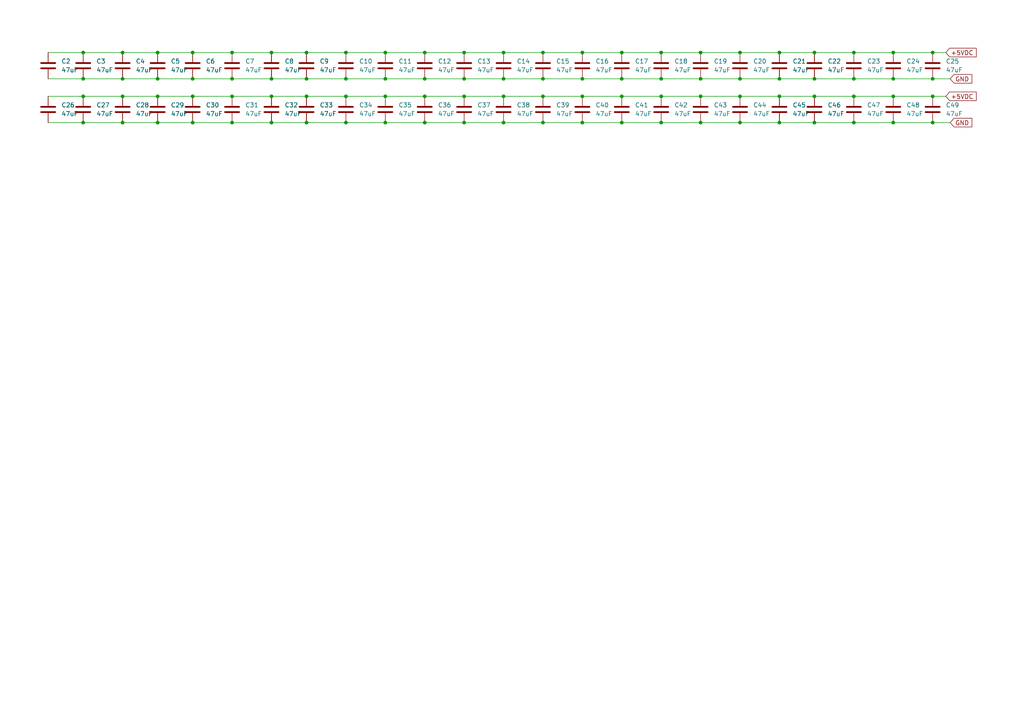
<source format=kicad_sch>
(kicad_sch
	(version 20231120)
	(generator "eeschema")
	(generator_version "8.0")
	(uuid "1e0c647f-12b4-46f5-83aa-a82cb67318b4")
	(paper "A4")
	(lib_symbols
		(symbol "Device:C"
			(pin_numbers hide)
			(pin_names
				(offset 0.254)
			)
			(exclude_from_sim no)
			(in_bom yes)
			(on_board yes)
			(property "Reference" "C"
				(at 0.635 2.54 0)
				(effects
					(font
						(size 1.27 1.27)
					)
					(justify left)
				)
			)
			(property "Value" "C"
				(at 0.635 -2.54 0)
				(effects
					(font
						(size 1.27 1.27)
					)
					(justify left)
				)
			)
			(property "Footprint" ""
				(at 0.9652 -3.81 0)
				(effects
					(font
						(size 1.27 1.27)
					)
					(hide yes)
				)
			)
			(property "Datasheet" "~"
				(at 0 0 0)
				(effects
					(font
						(size 1.27 1.27)
					)
					(hide yes)
				)
			)
			(property "Description" "Unpolarized capacitor"
				(at 0 0 0)
				(effects
					(font
						(size 1.27 1.27)
					)
					(hide yes)
				)
			)
			(property "ki_keywords" "cap capacitor"
				(at 0 0 0)
				(effects
					(font
						(size 1.27 1.27)
					)
					(hide yes)
				)
			)
			(property "ki_fp_filters" "C_*"
				(at 0 0 0)
				(effects
					(font
						(size 1.27 1.27)
					)
					(hide yes)
				)
			)
			(symbol "C_0_1"
				(polyline
					(pts
						(xy -2.032 -0.762) (xy 2.032 -0.762)
					)
					(stroke
						(width 0.508)
						(type default)
					)
					(fill
						(type none)
					)
				)
				(polyline
					(pts
						(xy -2.032 0.762) (xy 2.032 0.762)
					)
					(stroke
						(width 0.508)
						(type default)
					)
					(fill
						(type none)
					)
				)
			)
			(symbol "C_1_1"
				(pin passive line
					(at 0 3.81 270)
					(length 2.794)
					(name "~"
						(effects
							(font
								(size 1.27 1.27)
							)
						)
					)
					(number "1"
						(effects
							(font
								(size 1.27 1.27)
							)
						)
					)
				)
				(pin passive line
					(at 0 -3.81 90)
					(length 2.794)
					(name "~"
						(effects
							(font
								(size 1.27 1.27)
							)
						)
					)
					(number "2"
						(effects
							(font
								(size 1.27 1.27)
							)
						)
					)
				)
			)
		)
	)
	(junction
		(at 88.9 27.94)
		(diameter 0)
		(color 0 0 0 0)
		(uuid "047ec074-7cf7-4093-8ba1-5f2f4d7aa4cd")
	)
	(junction
		(at 214.63 22.86)
		(diameter 0)
		(color 0 0 0 0)
		(uuid "05d068de-f03f-40e8-902d-6e2ac95e7aff")
	)
	(junction
		(at 134.62 27.94)
		(diameter 0)
		(color 0 0 0 0)
		(uuid "07fa52de-9ffa-4409-baa0-c470d34379c4")
	)
	(junction
		(at 157.48 27.94)
		(diameter 0)
		(color 0 0 0 0)
		(uuid "0b1c2b32-2589-4ea5-8fc9-13a88e361f81")
	)
	(junction
		(at 236.22 22.86)
		(diameter 0)
		(color 0 0 0 0)
		(uuid "0e4d60e4-3e27-4dd7-94cc-3892a084f926")
	)
	(junction
		(at 226.06 27.94)
		(diameter 0)
		(color 0 0 0 0)
		(uuid "0f9add53-2ad6-4668-8e52-9c179d4006f7")
	)
	(junction
		(at 180.34 22.86)
		(diameter 0)
		(color 0 0 0 0)
		(uuid "147ebf79-03b3-4bba-96eb-a903d16235a3")
	)
	(junction
		(at 78.74 15.24)
		(diameter 0)
		(color 0 0 0 0)
		(uuid "177cac4e-66c1-401a-a9f1-c41a82fb43dc")
	)
	(junction
		(at 67.31 22.86)
		(diameter 0)
		(color 0 0 0 0)
		(uuid "1e7d0dd1-48a8-439e-8c82-72cf2316be5e")
	)
	(junction
		(at 270.51 35.56)
		(diameter 0)
		(color 0 0 0 0)
		(uuid "1eb6d1b2-2d54-455e-bfbf-fbcd28ae4ef2")
	)
	(junction
		(at 111.76 35.56)
		(diameter 0)
		(color 0 0 0 0)
		(uuid "1f4e8d1e-c1cb-4427-b59e-f63a28cfe332")
	)
	(junction
		(at 203.2 27.94)
		(diameter 0)
		(color 0 0 0 0)
		(uuid "20c99264-7fed-41da-a531-e0888ca504a2")
	)
	(junction
		(at 45.72 27.94)
		(diameter 0)
		(color 0 0 0 0)
		(uuid "237851ca-c368-48f0-80bb-aba6d06fd4ca")
	)
	(junction
		(at 100.33 22.86)
		(diameter 0)
		(color 0 0 0 0)
		(uuid "26db19aa-db19-4ca7-911a-5ee58eaa349a")
	)
	(junction
		(at 203.2 22.86)
		(diameter 0)
		(color 0 0 0 0)
		(uuid "28ed935d-da42-4875-9eb8-c5c4bc56c5d3")
	)
	(junction
		(at 247.65 35.56)
		(diameter 0)
		(color 0 0 0 0)
		(uuid "2c81ad65-0d3a-42a2-99f2-c03cea915d3e")
	)
	(junction
		(at 123.19 27.94)
		(diameter 0)
		(color 0 0 0 0)
		(uuid "3136030f-bbc7-4329-a0a6-9a4443b21f02")
	)
	(junction
		(at 168.91 15.24)
		(diameter 0)
		(color 0 0 0 0)
		(uuid "329d5b2c-cba7-4dc0-9972-ef9f300d0975")
	)
	(junction
		(at 214.63 15.24)
		(diameter 0)
		(color 0 0 0 0)
		(uuid "34acc028-8d00-43d0-9bd6-2a126933b942")
	)
	(junction
		(at 100.33 35.56)
		(diameter 0)
		(color 0 0 0 0)
		(uuid "3bb71ce7-1724-4dd8-9eae-289a7302ea25")
	)
	(junction
		(at 157.48 15.24)
		(diameter 0)
		(color 0 0 0 0)
		(uuid "42a990b8-b6ca-4ea1-b107-bd8efddfe760")
	)
	(junction
		(at 24.13 15.24)
		(diameter 0)
		(color 0 0 0 0)
		(uuid "433519fc-ce13-4045-b742-a491c2f672d3")
	)
	(junction
		(at 123.19 35.56)
		(diameter 0)
		(color 0 0 0 0)
		(uuid "43574f59-9f40-4084-8985-39c3dbc765c9")
	)
	(junction
		(at 100.33 27.94)
		(diameter 0)
		(color 0 0 0 0)
		(uuid "4620c998-82a4-47c8-a303-d062eea9721d")
	)
	(junction
		(at 157.48 22.86)
		(diameter 0)
		(color 0 0 0 0)
		(uuid "4a6bd1e1-7a9b-46c5-a274-dc4502c1df13")
	)
	(junction
		(at 100.33 15.24)
		(diameter 0)
		(color 0 0 0 0)
		(uuid "583bf093-ffbc-4caf-9fc8-ef4c6eef2b34")
	)
	(junction
		(at 259.08 15.24)
		(diameter 0)
		(color 0 0 0 0)
		(uuid "5912e608-6b27-4cc4-bd97-c9b2c2d6b4f3")
	)
	(junction
		(at 247.65 27.94)
		(diameter 0)
		(color 0 0 0 0)
		(uuid "5993ed34-884d-4313-b269-de7266b5a11b")
	)
	(junction
		(at 35.56 27.94)
		(diameter 0)
		(color 0 0 0 0)
		(uuid "5bd03872-347c-451c-a295-f97bdf200a11")
	)
	(junction
		(at 134.62 22.86)
		(diameter 0)
		(color 0 0 0 0)
		(uuid "5c65dc01-77ac-4440-a9e5-8f62ec6583ac")
	)
	(junction
		(at 168.91 27.94)
		(diameter 0)
		(color 0 0 0 0)
		(uuid "5db40068-fe34-4ccc-b6f0-90eba35e44bb")
	)
	(junction
		(at 214.63 27.94)
		(diameter 0)
		(color 0 0 0 0)
		(uuid "61c2ff08-293a-47ad-b966-219e34559e2d")
	)
	(junction
		(at 78.74 22.86)
		(diameter 0)
		(color 0 0 0 0)
		(uuid "629d6721-7ff7-4ca3-9fcf-c872ec8c4a02")
	)
	(junction
		(at 24.13 35.56)
		(diameter 0)
		(color 0 0 0 0)
		(uuid "697edc55-1d76-47f7-bf54-41c53e34639b")
	)
	(junction
		(at 35.56 15.24)
		(diameter 0)
		(color 0 0 0 0)
		(uuid "6e34ace2-dc86-4ab9-bbf1-c054391083f0")
	)
	(junction
		(at 226.06 22.86)
		(diameter 0)
		(color 0 0 0 0)
		(uuid "6f76ecfb-0c4e-455b-91c1-1f5e82475535")
	)
	(junction
		(at 24.13 22.86)
		(diameter 0)
		(color 0 0 0 0)
		(uuid "6f9761ba-5073-48c6-b883-ea6a6c28c4a4")
	)
	(junction
		(at 24.13 27.94)
		(diameter 0)
		(color 0 0 0 0)
		(uuid "71381218-800a-4dbc-9425-a7e47f0ba9ab")
	)
	(junction
		(at 236.22 35.56)
		(diameter 0)
		(color 0 0 0 0)
		(uuid "717a1618-b356-4095-85ec-775641f52a50")
	)
	(junction
		(at 191.77 35.56)
		(diameter 0)
		(color 0 0 0 0)
		(uuid "73d59b76-c5e4-49f2-bc6d-aa73f5e98064")
	)
	(junction
		(at 259.08 27.94)
		(diameter 0)
		(color 0 0 0 0)
		(uuid "746aae4c-b6e5-4c22-a20f-fc4cdce0cbc6")
	)
	(junction
		(at 180.34 35.56)
		(diameter 0)
		(color 0 0 0 0)
		(uuid "75143422-9c72-437c-a287-8b580a988da2")
	)
	(junction
		(at 247.65 15.24)
		(diameter 0)
		(color 0 0 0 0)
		(uuid "76efa7c7-70a1-4ae5-a084-0886ca210d70")
	)
	(junction
		(at 247.65 22.86)
		(diameter 0)
		(color 0 0 0 0)
		(uuid "781568dc-158f-4b6b-b448-a949eca5a403")
	)
	(junction
		(at 168.91 35.56)
		(diameter 0)
		(color 0 0 0 0)
		(uuid "7e062bc0-1084-482e-b4cd-54079422a381")
	)
	(junction
		(at 55.88 35.56)
		(diameter 0)
		(color 0 0 0 0)
		(uuid "80eb938c-fa00-46e4-b234-9efc9b1d9c38")
	)
	(junction
		(at 146.05 27.94)
		(diameter 0)
		(color 0 0 0 0)
		(uuid "838eb7ed-0acd-4ca5-95b6-acfbfab5abda")
	)
	(junction
		(at 157.48 35.56)
		(diameter 0)
		(color 0 0 0 0)
		(uuid "8582331a-dd77-4739-9f98-f5e1b20b0217")
	)
	(junction
		(at 123.19 22.86)
		(diameter 0)
		(color 0 0 0 0)
		(uuid "860b7d37-0276-4d15-ae8d-69aaea1950a2")
	)
	(junction
		(at 168.91 22.86)
		(diameter 0)
		(color 0 0 0 0)
		(uuid "87d92767-125b-4d40-ad4f-ce1257320f0f")
	)
	(junction
		(at 35.56 22.86)
		(diameter 0)
		(color 0 0 0 0)
		(uuid "8cb2f482-657b-40f4-91c0-ce8eaaff4813")
	)
	(junction
		(at 226.06 15.24)
		(diameter 0)
		(color 0 0 0 0)
		(uuid "8d423580-f647-44de-81ea-2f37b8647bbe")
	)
	(junction
		(at 236.22 27.94)
		(diameter 0)
		(color 0 0 0 0)
		(uuid "8dc6878b-fbd4-48ab-ab48-efe5b7f9e1f0")
	)
	(junction
		(at 180.34 27.94)
		(diameter 0)
		(color 0 0 0 0)
		(uuid "90c85d90-a1b6-49c6-9e8a-1ff999eafc93")
	)
	(junction
		(at 88.9 35.56)
		(diameter 0)
		(color 0 0 0 0)
		(uuid "93a409fd-a274-4fa8-93e8-18a25f6831cb")
	)
	(junction
		(at 55.88 15.24)
		(diameter 0)
		(color 0 0 0 0)
		(uuid "942a1ee2-e5ab-4bca-b287-1cd18e8fcf80")
	)
	(junction
		(at 203.2 15.24)
		(diameter 0)
		(color 0 0 0 0)
		(uuid "94cb6194-f8b3-4139-8141-065ae16a1d9a")
	)
	(junction
		(at 67.31 27.94)
		(diameter 0)
		(color 0 0 0 0)
		(uuid "9905217a-e0f4-48c8-8aeb-ce6ebfc42827")
	)
	(junction
		(at 270.51 22.86)
		(diameter 0)
		(color 0 0 0 0)
		(uuid "991de27c-303c-4be3-8fdc-c2cf52722744")
	)
	(junction
		(at 35.56 35.56)
		(diameter 0)
		(color 0 0 0 0)
		(uuid "9a8a67d2-299f-4c7c-bd0c-05198c386ba5")
	)
	(junction
		(at 191.77 15.24)
		(diameter 0)
		(color 0 0 0 0)
		(uuid "9fb271ee-a924-4f76-94e7-82abb362cbc0")
	)
	(junction
		(at 55.88 27.94)
		(diameter 0)
		(color 0 0 0 0)
		(uuid "a50415b2-efcf-4545-8cd1-80512ca88e2e")
	)
	(junction
		(at 78.74 35.56)
		(diameter 0)
		(color 0 0 0 0)
		(uuid "a68b6e8a-344c-4a34-bf65-b5a7e1d74371")
	)
	(junction
		(at 270.51 15.24)
		(diameter 0)
		(color 0 0 0 0)
		(uuid "a9d35d81-1bf7-4c0b-944f-c6919c7d8cbd")
	)
	(junction
		(at 146.05 22.86)
		(diameter 0)
		(color 0 0 0 0)
		(uuid "ac586297-91b2-4def-bfef-a967ad89086b")
	)
	(junction
		(at 111.76 15.24)
		(diameter 0)
		(color 0 0 0 0)
		(uuid "b38909ba-2f8e-4631-bc0e-a62a75d54d5e")
	)
	(junction
		(at 67.31 15.24)
		(diameter 0)
		(color 0 0 0 0)
		(uuid "b44d1117-193b-4435-93e3-db25a4b0b3e9")
	)
	(junction
		(at 191.77 22.86)
		(diameter 0)
		(color 0 0 0 0)
		(uuid "b7cf766d-5643-4b72-b582-89fe038f8417")
	)
	(junction
		(at 203.2 35.56)
		(diameter 0)
		(color 0 0 0 0)
		(uuid "bdfaf78c-740b-4080-9f48-49cd5e143f33")
	)
	(junction
		(at 111.76 27.94)
		(diameter 0)
		(color 0 0 0 0)
		(uuid "c245e2ef-d8e9-49da-bfa6-a7989c3f399d")
	)
	(junction
		(at 45.72 35.56)
		(diameter 0)
		(color 0 0 0 0)
		(uuid "c866239e-0f27-4d1b-817c-379dd844caf5")
	)
	(junction
		(at 259.08 35.56)
		(diameter 0)
		(color 0 0 0 0)
		(uuid "c9f7996f-ed15-4084-9445-ff5de8395110")
	)
	(junction
		(at 55.88 22.86)
		(diameter 0)
		(color 0 0 0 0)
		(uuid "caebcdc5-4134-4e40-9040-06df78341b41")
	)
	(junction
		(at 123.19 15.24)
		(diameter 0)
		(color 0 0 0 0)
		(uuid "cc0e88ab-1dc9-4375-8782-9436331b4878")
	)
	(junction
		(at 226.06 35.56)
		(diameter 0)
		(color 0 0 0 0)
		(uuid "ce893119-c171-4353-80ab-d1ddeab5e870")
	)
	(junction
		(at 270.51 27.94)
		(diameter 0)
		(color 0 0 0 0)
		(uuid "d08d4852-a7a1-4c11-872a-8141454bf225")
	)
	(junction
		(at 88.9 15.24)
		(diameter 0)
		(color 0 0 0 0)
		(uuid "d1770668-084a-463a-9df5-f99255140faa")
	)
	(junction
		(at 146.05 35.56)
		(diameter 0)
		(color 0 0 0 0)
		(uuid "d202e4f3-567f-419a-b679-b4e555eaa23c")
	)
	(junction
		(at 88.9 22.86)
		(diameter 0)
		(color 0 0 0 0)
		(uuid "d37f956c-d08d-4cfa-92ce-06520783ad25")
	)
	(junction
		(at 259.08 22.86)
		(diameter 0)
		(color 0 0 0 0)
		(uuid "d543ca77-daaf-4a97-aa95-2ae374074a7e")
	)
	(junction
		(at 45.72 22.86)
		(diameter 0)
		(color 0 0 0 0)
		(uuid "d64edb17-a0cd-4dfc-8287-90bbe8b50036")
	)
	(junction
		(at 180.34 15.24)
		(diameter 0)
		(color 0 0 0 0)
		(uuid "d68a0e61-4ebe-412b-aa19-337cc2aecba5")
	)
	(junction
		(at 134.62 35.56)
		(diameter 0)
		(color 0 0 0 0)
		(uuid "e1fa0914-d9f5-44d9-86ba-5fde2c6c53f9")
	)
	(junction
		(at 191.77 27.94)
		(diameter 0)
		(color 0 0 0 0)
		(uuid "e72d5489-81cb-465f-9aa0-b16a9d4c6bce")
	)
	(junction
		(at 67.31 35.56)
		(diameter 0)
		(color 0 0 0 0)
		(uuid "ef411681-d7fa-4f2b-ab9b-3b6604efa57a")
	)
	(junction
		(at 78.74 27.94)
		(diameter 0)
		(color 0 0 0 0)
		(uuid "f32fe391-8be2-4bcd-ae73-393e4df70dfb")
	)
	(junction
		(at 146.05 15.24)
		(diameter 0)
		(color 0 0 0 0)
		(uuid "f3a4ea0d-4578-4459-b5a2-a18c66739101")
	)
	(junction
		(at 214.63 35.56)
		(diameter 0)
		(color 0 0 0 0)
		(uuid "f6d07f89-7569-4f75-af8e-007693664a92")
	)
	(junction
		(at 111.76 22.86)
		(diameter 0)
		(color 0 0 0 0)
		(uuid "f8e7d82b-6441-44af-9ae7-f9e113c68d90")
	)
	(junction
		(at 134.62 15.24)
		(diameter 0)
		(color 0 0 0 0)
		(uuid "fb62dbc8-4310-489e-aaba-a8e1322a7b89")
	)
	(junction
		(at 45.72 15.24)
		(diameter 0)
		(color 0 0 0 0)
		(uuid "fd42a95e-6d13-4140-85d6-98236f18ef16")
	)
	(junction
		(at 236.22 15.24)
		(diameter 0)
		(color 0 0 0 0)
		(uuid "fdd7ebe5-7556-49e3-88ad-372439d66dc7")
	)
	(wire
		(pts
			(xy 35.56 27.94) (xy 45.72 27.94)
		)
		(stroke
			(width 0)
			(type default)
		)
		(uuid "00b67cdd-9637-4614-8c53-9de2de1c2007")
	)
	(wire
		(pts
			(xy 88.9 35.56) (xy 100.33 35.56)
		)
		(stroke
			(width 0)
			(type default)
		)
		(uuid "0429c641-89a1-4020-ae20-28ae17342c25")
	)
	(wire
		(pts
			(xy 146.05 35.56) (xy 157.48 35.56)
		)
		(stroke
			(width 0)
			(type default)
		)
		(uuid "0a4f0cf3-7b84-4d3b-9950-8a11ec562ae7")
	)
	(wire
		(pts
			(xy 55.88 22.86) (xy 67.31 22.86)
		)
		(stroke
			(width 0)
			(type default)
		)
		(uuid "0bba907a-9610-4c45-b76b-ab3b4ee46a8a")
	)
	(wire
		(pts
			(xy 111.76 27.94) (xy 123.19 27.94)
		)
		(stroke
			(width 0)
			(type default)
		)
		(uuid "0e992386-91db-4c47-b9aa-804ba9758252")
	)
	(wire
		(pts
			(xy 55.88 35.56) (xy 67.31 35.56)
		)
		(stroke
			(width 0)
			(type default)
		)
		(uuid "11af5f83-a63b-4c0b-8db9-12a923832630")
	)
	(wire
		(pts
			(xy 157.48 27.94) (xy 168.91 27.94)
		)
		(stroke
			(width 0)
			(type default)
		)
		(uuid "1212a418-b40c-4de9-b298-a4f2db9a473d")
	)
	(wire
		(pts
			(xy 35.56 27.94) (xy 24.13 27.94)
		)
		(stroke
			(width 0)
			(type default)
		)
		(uuid "138d9d86-6b80-4abc-80cd-3811b93c34eb")
	)
	(wire
		(pts
			(xy 168.91 27.94) (xy 180.34 27.94)
		)
		(stroke
			(width 0)
			(type default)
		)
		(uuid "1570425f-b162-4e4d-a27d-6b48842176d9")
	)
	(wire
		(pts
			(xy 45.72 27.94) (xy 55.88 27.94)
		)
		(stroke
			(width 0)
			(type default)
		)
		(uuid "158db671-aa95-428a-9634-c59c0a212085")
	)
	(wire
		(pts
			(xy 214.63 15.24) (xy 226.06 15.24)
		)
		(stroke
			(width 0)
			(type default)
		)
		(uuid "19378ca3-735a-4292-895e-dd863f364173")
	)
	(wire
		(pts
			(xy 270.51 22.86) (xy 275.59 22.86)
		)
		(stroke
			(width 0)
			(type default)
		)
		(uuid "2105c015-63e9-47d4-a86d-e1cfc7d42d9b")
	)
	(wire
		(pts
			(xy 45.72 35.56) (xy 55.88 35.56)
		)
		(stroke
			(width 0)
			(type default)
		)
		(uuid "2766230f-e73e-4b07-a136-ff9835ec5ba9")
	)
	(wire
		(pts
			(xy 247.65 35.56) (xy 259.08 35.56)
		)
		(stroke
			(width 0)
			(type default)
		)
		(uuid "285b06ec-e628-46ac-b4bd-12ffb3224b48")
	)
	(wire
		(pts
			(xy 203.2 27.94) (xy 214.63 27.94)
		)
		(stroke
			(width 0)
			(type default)
		)
		(uuid "2ac92a65-3f2e-47a8-818b-502b8442fed2")
	)
	(wire
		(pts
			(xy 191.77 22.86) (xy 203.2 22.86)
		)
		(stroke
			(width 0)
			(type default)
		)
		(uuid "2e35052c-cad8-4e16-8d5a-8ae4fdf1c246")
	)
	(wire
		(pts
			(xy 226.06 35.56) (xy 236.22 35.56)
		)
		(stroke
			(width 0)
			(type default)
		)
		(uuid "2edc26ef-a5e9-405d-8bd4-82450ce6a533")
	)
	(wire
		(pts
			(xy 111.76 35.56) (xy 123.19 35.56)
		)
		(stroke
			(width 0)
			(type default)
		)
		(uuid "307210c2-6189-46b1-b80f-86718cc4650c")
	)
	(wire
		(pts
			(xy 111.76 22.86) (xy 123.19 22.86)
		)
		(stroke
			(width 0)
			(type default)
		)
		(uuid "30ed2221-8e51-46ce-8ad8-9471d10b73ac")
	)
	(wire
		(pts
			(xy 67.31 27.94) (xy 78.74 27.94)
		)
		(stroke
			(width 0)
			(type default)
		)
		(uuid "33b6ab5f-e410-454b-bbb4-73dd5ecb86d0")
	)
	(wire
		(pts
			(xy 78.74 15.24) (xy 88.9 15.24)
		)
		(stroke
			(width 0)
			(type default)
		)
		(uuid "3519682d-0e8e-45b5-bae2-4ce4707bebb8")
	)
	(wire
		(pts
			(xy 180.34 27.94) (xy 191.77 27.94)
		)
		(stroke
			(width 0)
			(type default)
		)
		(uuid "35399ac6-66b3-4744-9f72-bf74281fdf08")
	)
	(wire
		(pts
			(xy 236.22 15.24) (xy 247.65 15.24)
		)
		(stroke
			(width 0)
			(type default)
		)
		(uuid "3577e2d0-0158-4968-a6aa-0b72f3612c8c")
	)
	(wire
		(pts
			(xy 100.33 22.86) (xy 111.76 22.86)
		)
		(stroke
			(width 0)
			(type default)
		)
		(uuid "36a2ae93-f262-4d59-8553-ce08e8bd27ff")
	)
	(wire
		(pts
			(xy 24.13 27.94) (xy 13.97 27.94)
		)
		(stroke
			(width 0)
			(type default)
		)
		(uuid "36b5bd92-206c-4dea-8e99-a3530491d639")
	)
	(wire
		(pts
			(xy 35.56 22.86) (xy 45.72 22.86)
		)
		(stroke
			(width 0)
			(type default)
		)
		(uuid "3c644b2d-f43b-471b-9ebe-d070d9d2fc0f")
	)
	(wire
		(pts
			(xy 168.91 22.86) (xy 180.34 22.86)
		)
		(stroke
			(width 0)
			(type default)
		)
		(uuid "3de187c1-8e8d-43e4-9667-b5a95b8dea1c")
	)
	(wire
		(pts
			(xy 35.56 35.56) (xy 45.72 35.56)
		)
		(stroke
			(width 0)
			(type default)
		)
		(uuid "42970850-cfe0-4c5f-9168-9affecb6abaa")
	)
	(wire
		(pts
			(xy 214.63 35.56) (xy 226.06 35.56)
		)
		(stroke
			(width 0)
			(type default)
		)
		(uuid "43df52ec-3b5d-44c6-9dd3-711e9576d2f3")
	)
	(wire
		(pts
			(xy 67.31 35.56) (xy 78.74 35.56)
		)
		(stroke
			(width 0)
			(type default)
		)
		(uuid "45ab9af3-1314-4753-83e1-41a8b7542b30")
	)
	(wire
		(pts
			(xy 88.9 22.86) (xy 100.33 22.86)
		)
		(stroke
			(width 0)
			(type default)
		)
		(uuid "47bec92d-d692-482b-8501-5deb65083c82")
	)
	(wire
		(pts
			(xy 88.9 27.94) (xy 100.33 27.94)
		)
		(stroke
			(width 0)
			(type default)
		)
		(uuid "4aefb849-5ce0-4df8-8dfc-fe053b410223")
	)
	(wire
		(pts
			(xy 191.77 27.94) (xy 203.2 27.94)
		)
		(stroke
			(width 0)
			(type default)
		)
		(uuid "4b465d67-b367-4c45-8bb4-a0c14f3a86f1")
	)
	(wire
		(pts
			(xy 236.22 35.56) (xy 247.65 35.56)
		)
		(stroke
			(width 0)
			(type default)
		)
		(uuid "4cc96a80-5677-444e-8be4-74692c3b9b85")
	)
	(wire
		(pts
			(xy 123.19 22.86) (xy 134.62 22.86)
		)
		(stroke
			(width 0)
			(type default)
		)
		(uuid "4e2d5cfb-8979-4014-a951-88a9b7d69a57")
	)
	(wire
		(pts
			(xy 13.97 22.86) (xy 24.13 22.86)
		)
		(stroke
			(width 0)
			(type default)
		)
		(uuid "4e49c137-88eb-4a52-b5a9-3987cfcf14cd")
	)
	(wire
		(pts
			(xy 146.05 27.94) (xy 157.48 27.94)
		)
		(stroke
			(width 0)
			(type default)
		)
		(uuid "511586df-5e8a-4172-b00b-23c00e58f338")
	)
	(wire
		(pts
			(xy 270.51 35.56) (xy 275.59 35.56)
		)
		(stroke
			(width 0)
			(type default)
		)
		(uuid "51a753ce-6bbd-4813-81b4-70a36948358c")
	)
	(wire
		(pts
			(xy 168.91 15.24) (xy 180.34 15.24)
		)
		(stroke
			(width 0)
			(type default)
		)
		(uuid "548a7443-2e80-4b2f-ad9b-534939c0450d")
	)
	(wire
		(pts
			(xy 78.74 22.86) (xy 88.9 22.86)
		)
		(stroke
			(width 0)
			(type default)
		)
		(uuid "5c51bc1a-c627-4fd4-9c4b-68c65dc0a866")
	)
	(wire
		(pts
			(xy 24.13 15.24) (xy 13.97 15.24)
		)
		(stroke
			(width 0)
			(type default)
		)
		(uuid "606e3441-8a58-4a9d-923d-dea60933818f")
	)
	(wire
		(pts
			(xy 191.77 35.56) (xy 203.2 35.56)
		)
		(stroke
			(width 0)
			(type default)
		)
		(uuid "630fb696-85b6-4132-98c1-65cd25a9b938")
	)
	(wire
		(pts
			(xy 259.08 22.86) (xy 270.51 22.86)
		)
		(stroke
			(width 0)
			(type default)
		)
		(uuid "67ce9401-3a66-4b20-9f5e-326a09f3f4fd")
	)
	(wire
		(pts
			(xy 157.48 15.24) (xy 168.91 15.24)
		)
		(stroke
			(width 0)
			(type default)
		)
		(uuid "68594011-996c-4546-a69e-a805c1335b56")
	)
	(wire
		(pts
			(xy 226.06 22.86) (xy 236.22 22.86)
		)
		(stroke
			(width 0)
			(type default)
		)
		(uuid "6d3c260f-13bd-4641-bde0-7b054cd6f5c2")
	)
	(wire
		(pts
			(xy 111.76 15.24) (xy 123.19 15.24)
		)
		(stroke
			(width 0)
			(type default)
		)
		(uuid "6e902490-9c43-4de7-95eb-2159129ec40d")
	)
	(wire
		(pts
			(xy 24.13 22.86) (xy 35.56 22.86)
		)
		(stroke
			(width 0)
			(type default)
		)
		(uuid "6efefabd-3d67-46f8-8b77-a1cb4085300a")
	)
	(wire
		(pts
			(xy 67.31 22.86) (xy 78.74 22.86)
		)
		(stroke
			(width 0)
			(type default)
		)
		(uuid "6fa85272-0c77-46be-adea-2a7d8875d924")
	)
	(wire
		(pts
			(xy 203.2 15.24) (xy 214.63 15.24)
		)
		(stroke
			(width 0)
			(type default)
		)
		(uuid "6ff59c3c-16ff-402f-a242-372e504c63dc")
	)
	(wire
		(pts
			(xy 168.91 35.56) (xy 180.34 35.56)
		)
		(stroke
			(width 0)
			(type default)
		)
		(uuid "722712cc-eb31-456c-b6b4-86679acc4b12")
	)
	(wire
		(pts
			(xy 45.72 15.24) (xy 55.88 15.24)
		)
		(stroke
			(width 0)
			(type default)
		)
		(uuid "73e2b5f3-c3c2-4ca0-a068-76772f956d42")
	)
	(wire
		(pts
			(xy 214.63 22.86) (xy 226.06 22.86)
		)
		(stroke
			(width 0)
			(type default)
		)
		(uuid "7516cff1-3b7f-41c7-94ba-c5369a44204b")
	)
	(wire
		(pts
			(xy 78.74 27.94) (xy 88.9 27.94)
		)
		(stroke
			(width 0)
			(type default)
		)
		(uuid "76ce3645-c79e-4838-b6a4-519f91d7e4d4")
	)
	(wire
		(pts
			(xy 226.06 27.94) (xy 236.22 27.94)
		)
		(stroke
			(width 0)
			(type default)
		)
		(uuid "7c1ffdf3-eed0-428c-89fb-2b8ba3854da4")
	)
	(wire
		(pts
			(xy 236.22 22.86) (xy 247.65 22.86)
		)
		(stroke
			(width 0)
			(type default)
		)
		(uuid "7f83e56c-e2ac-41fa-b1d1-e33718b64aa5")
	)
	(wire
		(pts
			(xy 247.65 22.86) (xy 259.08 22.86)
		)
		(stroke
			(width 0)
			(type default)
		)
		(uuid "80a26d83-5013-4fe3-8ed7-e8fff2630880")
	)
	(wire
		(pts
			(xy 203.2 22.86) (xy 214.63 22.86)
		)
		(stroke
			(width 0)
			(type default)
		)
		(uuid "80e6bbe5-bee0-4ebc-a9ce-76931135ebc6")
	)
	(wire
		(pts
			(xy 78.74 35.56) (xy 88.9 35.56)
		)
		(stroke
			(width 0)
			(type default)
		)
		(uuid "8c1f605e-47a9-4a65-92ec-741e8890d8e9")
	)
	(wire
		(pts
			(xy 270.51 27.94) (xy 274.32 27.94)
		)
		(stroke
			(width 0)
			(type default)
		)
		(uuid "8d981231-0e5f-496c-b8b9-e03f60f1f058")
	)
	(wire
		(pts
			(xy 134.62 27.94) (xy 146.05 27.94)
		)
		(stroke
			(width 0)
			(type default)
		)
		(uuid "8fcea7c0-2766-4ef6-8f54-ee0c5ec9a6d7")
	)
	(wire
		(pts
			(xy 67.31 15.24) (xy 78.74 15.24)
		)
		(stroke
			(width 0)
			(type default)
		)
		(uuid "91dd03d5-c552-44dc-b521-eb5271cb8360")
	)
	(wire
		(pts
			(xy 35.56 15.24) (xy 45.72 15.24)
		)
		(stroke
			(width 0)
			(type default)
		)
		(uuid "923afe55-dd78-428e-9889-eb958c7a633f")
	)
	(wire
		(pts
			(xy 146.05 15.24) (xy 157.48 15.24)
		)
		(stroke
			(width 0)
			(type default)
		)
		(uuid "92dee615-2cbb-4872-86c2-ac841368e251")
	)
	(wire
		(pts
			(xy 45.72 22.86) (xy 55.88 22.86)
		)
		(stroke
			(width 0)
			(type default)
		)
		(uuid "93f3f01f-d612-475d-852b-b82c61595e78")
	)
	(wire
		(pts
			(xy 100.33 27.94) (xy 111.76 27.94)
		)
		(stroke
			(width 0)
			(type default)
		)
		(uuid "95b94ff2-d06e-4350-9cd1-71a75dcf1ead")
	)
	(wire
		(pts
			(xy 35.56 15.24) (xy 24.13 15.24)
		)
		(stroke
			(width 0)
			(type default)
		)
		(uuid "97cbddfe-6b09-4c2f-93ca-8f83074497df")
	)
	(wire
		(pts
			(xy 180.34 22.86) (xy 191.77 22.86)
		)
		(stroke
			(width 0)
			(type default)
		)
		(uuid "99eaec91-6543-42b9-8e2c-e96f4b39b05a")
	)
	(wire
		(pts
			(xy 88.9 15.24) (xy 100.33 15.24)
		)
		(stroke
			(width 0)
			(type default)
		)
		(uuid "9a9e68f1-e193-492c-82b8-6a0d67f24a33")
	)
	(wire
		(pts
			(xy 270.51 15.24) (xy 274.32 15.24)
		)
		(stroke
			(width 0)
			(type default)
		)
		(uuid "9c8f2263-9f2f-4eca-8edc-9ae0c5584cb9")
	)
	(wire
		(pts
			(xy 100.33 15.24) (xy 111.76 15.24)
		)
		(stroke
			(width 0)
			(type default)
		)
		(uuid "9f8ff7ba-65e9-4d7a-8cd1-8a0331a24f6c")
	)
	(wire
		(pts
			(xy 146.05 22.86) (xy 157.48 22.86)
		)
		(stroke
			(width 0)
			(type default)
		)
		(uuid "a28359e4-8c18-4d42-963b-8db6c3fd48bb")
	)
	(wire
		(pts
			(xy 180.34 35.56) (xy 191.77 35.56)
		)
		(stroke
			(width 0)
			(type default)
		)
		(uuid "a33aeb35-153a-4d62-bcab-67e4903e9e5c")
	)
	(wire
		(pts
			(xy 123.19 15.24) (xy 134.62 15.24)
		)
		(stroke
			(width 0)
			(type default)
		)
		(uuid "a5ea2a4f-5408-47ce-a8c6-abc78411693d")
	)
	(wire
		(pts
			(xy 259.08 15.24) (xy 270.51 15.24)
		)
		(stroke
			(width 0)
			(type default)
		)
		(uuid "acabcfa0-7efe-48e3-aa66-bbb68bf8539d")
	)
	(wire
		(pts
			(xy 180.34 15.24) (xy 191.77 15.24)
		)
		(stroke
			(width 0)
			(type default)
		)
		(uuid "b304b1b5-520e-4f0c-b877-25a9cc0cf96b")
	)
	(wire
		(pts
			(xy 203.2 35.56) (xy 214.63 35.56)
		)
		(stroke
			(width 0)
			(type default)
		)
		(uuid "b3b5ef5f-4344-458d-b075-cd0e5a6b90c8")
	)
	(wire
		(pts
			(xy 157.48 22.86) (xy 168.91 22.86)
		)
		(stroke
			(width 0)
			(type default)
		)
		(uuid "bc40085d-e963-4017-a812-334b24945f00")
	)
	(wire
		(pts
			(xy 134.62 15.24) (xy 146.05 15.24)
		)
		(stroke
			(width 0)
			(type default)
		)
		(uuid "bfe47d33-b07b-40f0-ac77-cc9e2344d5d4")
	)
	(wire
		(pts
			(xy 236.22 27.94) (xy 247.65 27.94)
		)
		(stroke
			(width 0)
			(type default)
		)
		(uuid "c9006ed5-c471-40c4-af4e-9a801235066f")
	)
	(wire
		(pts
			(xy 157.48 35.56) (xy 168.91 35.56)
		)
		(stroke
			(width 0)
			(type default)
		)
		(uuid "c92c9c73-5be6-46fc-afad-3facbc10394e")
	)
	(wire
		(pts
			(xy 55.88 15.24) (xy 67.31 15.24)
		)
		(stroke
			(width 0)
			(type default)
		)
		(uuid "ce1580f2-1e93-4bb5-b490-1c0d9816fcde")
	)
	(wire
		(pts
			(xy 191.77 15.24) (xy 203.2 15.24)
		)
		(stroke
			(width 0)
			(type default)
		)
		(uuid "d306b017-36fb-418f-9484-9e7135ff056b")
	)
	(wire
		(pts
			(xy 123.19 35.56) (xy 134.62 35.56)
		)
		(stroke
			(width 0)
			(type default)
		)
		(uuid "d35bc42c-9f0e-479c-b8ce-0370fa16c801")
	)
	(wire
		(pts
			(xy 247.65 15.24) (xy 259.08 15.24)
		)
		(stroke
			(width 0)
			(type default)
		)
		(uuid "d4b21206-0c96-41f8-9c11-f14a5096fa5d")
	)
	(wire
		(pts
			(xy 259.08 35.56) (xy 270.51 35.56)
		)
		(stroke
			(width 0)
			(type default)
		)
		(uuid "d6b23910-2b9e-4bf0-b887-9710e60e9d02")
	)
	(wire
		(pts
			(xy 134.62 22.86) (xy 146.05 22.86)
		)
		(stroke
			(width 0)
			(type default)
		)
		(uuid "e09f6aca-e6c8-4e2a-a485-28885696b0d0")
	)
	(wire
		(pts
			(xy 123.19 27.94) (xy 134.62 27.94)
		)
		(stroke
			(width 0)
			(type default)
		)
		(uuid "e9fc40fb-381f-491e-b445-356f54ed60c9")
	)
	(wire
		(pts
			(xy 55.88 27.94) (xy 67.31 27.94)
		)
		(stroke
			(width 0)
			(type default)
		)
		(uuid "eaff2a85-d1b7-4dc1-8d61-d9c2c08609f4")
	)
	(wire
		(pts
			(xy 13.97 35.56) (xy 24.13 35.56)
		)
		(stroke
			(width 0)
			(type default)
		)
		(uuid "f06ebc15-9b20-44cb-b4c6-a3a89656d9d6")
	)
	(wire
		(pts
			(xy 247.65 27.94) (xy 259.08 27.94)
		)
		(stroke
			(width 0)
			(type default)
		)
		(uuid "f3631b0e-1dba-42fe-a749-1f631cb402d9")
	)
	(wire
		(pts
			(xy 24.13 35.56) (xy 35.56 35.56)
		)
		(stroke
			(width 0)
			(type default)
		)
		(uuid "f65336ef-5bb4-4ae1-a6f8-bc544fda0a84")
	)
	(wire
		(pts
			(xy 214.63 27.94) (xy 226.06 27.94)
		)
		(stroke
			(width 0)
			(type default)
		)
		(uuid "fb8cf04a-3d4b-4d2c-b33b-ab491aab9071")
	)
	(wire
		(pts
			(xy 226.06 15.24) (xy 236.22 15.24)
		)
		(stroke
			(width 0)
			(type default)
		)
		(uuid "fc90908c-b24a-4adc-8518-69642c027abf")
	)
	(wire
		(pts
			(xy 100.33 35.56) (xy 111.76 35.56)
		)
		(stroke
			(width 0)
			(type default)
		)
		(uuid "fca23640-35ad-4ac2-bd80-03aadeb18419")
	)
	(wire
		(pts
			(xy 259.08 27.94) (xy 270.51 27.94)
		)
		(stroke
			(width 0)
			(type default)
		)
		(uuid "fec3da68-7c56-428e-ab93-95ef96099ba4")
	)
	(wire
		(pts
			(xy 134.62 35.56) (xy 146.05 35.56)
		)
		(stroke
			(width 0)
			(type default)
		)
		(uuid "ff1e0802-e9fb-4d8f-9410-062832bfdce4")
	)
	(global_label "GND"
		(shape input)
		(at 275.59 22.86 0)
		(fields_autoplaced yes)
		(effects
			(font
				(size 1.27 1.27)
			)
			(justify left)
		)
		(uuid "02db059f-2ce6-4b73-90a6-a41b206b4d3a")
		(property "Intersheetrefs" "${INTERSHEET_REFS}"
			(at 282.4457 22.86 0)
			(effects
				(font
					(size 1.27 1.27)
				)
				(justify left)
				(hide yes)
			)
		)
	)
	(global_label "+5VDC"
		(shape input)
		(at 274.32 27.94 0)
		(fields_autoplaced yes)
		(effects
			(font
				(size 1.27 1.27)
			)
			(justify left)
		)
		(uuid "7e9b00bb-ff25-4afa-ac60-2c8e07040a61")
		(property "Intersheetrefs" "${INTERSHEET_REFS}"
			(at 283.7157 27.94 0)
			(effects
				(font
					(size 1.27 1.27)
				)
				(justify left)
				(hide yes)
			)
		)
	)
	(global_label "+5VDC"
		(shape input)
		(at 274.32 15.24 0)
		(fields_autoplaced yes)
		(effects
			(font
				(size 1.27 1.27)
			)
			(justify left)
		)
		(uuid "99d1b413-d8eb-4f32-ba77-67e8a81e0c9c")
		(property "Intersheetrefs" "${INTERSHEET_REFS}"
			(at 283.7157 15.24 0)
			(effects
				(font
					(size 1.27 1.27)
				)
				(justify left)
				(hide yes)
			)
		)
	)
	(global_label "GND"
		(shape input)
		(at 275.59 35.56 0)
		(fields_autoplaced yes)
		(effects
			(font
				(size 1.27 1.27)
			)
			(justify left)
		)
		(uuid "a7601195-01b2-4c18-b66b-fc3bd246cd75")
		(property "Intersheetrefs" "${INTERSHEET_REFS}"
			(at 282.4457 35.56 0)
			(effects
				(font
					(size 1.27 1.27)
				)
				(justify left)
				(hide yes)
			)
		)
	)
	(symbol
		(lib_id "Device:C")
		(at 13.97 31.75 0)
		(unit 1)
		(exclude_from_sim no)
		(in_bom yes)
		(on_board yes)
		(dnp no)
		(fields_autoplaced yes)
		(uuid "0e243756-0e57-4137-956d-6fe502fc3862")
		(property "Reference" "C26"
			(at 17.78 30.4799 0)
			(effects
				(font
					(size 1.27 1.27)
				)
				(justify left)
			)
		)
		(property "Value" "47uF"
			(at 17.78 33.0199 0)
			(effects
				(font
					(size 1.27 1.27)
				)
				(justify left)
			)
		)
		(property "Footprint" "Capacitor_THT:C_Disc_D7.5mm_W4.4mm_P5.00mm"
			(at 14.9352 35.56 0)
			(effects
				(font
					(size 1.27 1.27)
				)
				(hide yes)
			)
		)
		(property "Datasheet" "~"
			(at 13.97 31.75 0)
			(effects
				(font
					(size 1.27 1.27)
				)
				(hide yes)
			)
		)
		(property "Description" "Unpolarized capacitor"
			(at 13.97 31.75 0)
			(effects
				(font
					(size 1.27 1.27)
				)
				(hide yes)
			)
		)
		(pin "2"
			(uuid "736925eb-76bb-4378-8a71-2604924124d0")
		)
		(pin "1"
			(uuid "73ab63a4-29a6-499d-8918-dcf1915ee17a")
		)
		(instances
			(project "EZ48"
				(path "/314449a7-2290-4acd-84cf-f85c76b7719b/fb4764ae-220c-479b-9759-17a54c3ac16a"
					(reference "C26")
					(unit 1)
				)
			)
		)
	)
	(symbol
		(lib_id "Device:C")
		(at 134.62 19.05 0)
		(unit 1)
		(exclude_from_sim no)
		(in_bom yes)
		(on_board yes)
		(dnp no)
		(fields_autoplaced yes)
		(uuid "17af4f90-7a22-4455-80fc-23e32b9a53fa")
		(property "Reference" "C13"
			(at 138.43 17.7799 0)
			(effects
				(font
					(size 1.27 1.27)
				)
				(justify left)
			)
		)
		(property "Value" "47uF"
			(at 138.43 20.3199 0)
			(effects
				(font
					(size 1.27 1.27)
				)
				(justify left)
			)
		)
		(property "Footprint" "Capacitor_THT:C_Disc_D7.5mm_W4.4mm_P5.00mm"
			(at 135.5852 22.86 0)
			(effects
				(font
					(size 1.27 1.27)
				)
				(hide yes)
			)
		)
		(property "Datasheet" "~"
			(at 134.62 19.05 0)
			(effects
				(font
					(size 1.27 1.27)
				)
				(hide yes)
			)
		)
		(property "Description" "Unpolarized capacitor"
			(at 134.62 19.05 0)
			(effects
				(font
					(size 1.27 1.27)
				)
				(hide yes)
			)
		)
		(pin "2"
			(uuid "1fa60ed8-8be5-4f14-860b-df8d4e113ee0")
		)
		(pin "1"
			(uuid "82228d4e-d992-4d8a-86c5-4dc3ed1b6eb2")
		)
		(instances
			(project "EZ48"
				(path "/314449a7-2290-4acd-84cf-f85c76b7719b/fb4764ae-220c-479b-9759-17a54c3ac16a"
					(reference "C13")
					(unit 1)
				)
			)
		)
	)
	(symbol
		(lib_id "Device:C")
		(at 191.77 31.75 0)
		(unit 1)
		(exclude_from_sim no)
		(in_bom yes)
		(on_board yes)
		(dnp no)
		(fields_autoplaced yes)
		(uuid "1ef7a462-c996-460c-9c70-6d06c4e22688")
		(property "Reference" "C42"
			(at 195.58 30.4799 0)
			(effects
				(font
					(size 1.27 1.27)
				)
				(justify left)
			)
		)
		(property "Value" "47uF"
			(at 195.58 33.0199 0)
			(effects
				(font
					(size 1.27 1.27)
				)
				(justify left)
			)
		)
		(property "Footprint" "Capacitor_THT:C_Disc_D7.5mm_W4.4mm_P5.00mm"
			(at 192.7352 35.56 0)
			(effects
				(font
					(size 1.27 1.27)
				)
				(hide yes)
			)
		)
		(property "Datasheet" "~"
			(at 191.77 31.75 0)
			(effects
				(font
					(size 1.27 1.27)
				)
				(hide yes)
			)
		)
		(property "Description" "Unpolarized capacitor"
			(at 191.77 31.75 0)
			(effects
				(font
					(size 1.27 1.27)
				)
				(hide yes)
			)
		)
		(pin "2"
			(uuid "f81ee609-6e8a-45e0-a64b-c29ff0fd660d")
		)
		(pin "1"
			(uuid "b70d6067-ca88-4b85-a316-404760f85a7b")
		)
		(instances
			(project "EZ48"
				(path "/314449a7-2290-4acd-84cf-f85c76b7719b/fb4764ae-220c-479b-9759-17a54c3ac16a"
					(reference "C42")
					(unit 1)
				)
			)
		)
	)
	(symbol
		(lib_id "Device:C")
		(at 226.06 31.75 0)
		(unit 1)
		(exclude_from_sim no)
		(in_bom yes)
		(on_board yes)
		(dnp no)
		(fields_autoplaced yes)
		(uuid "27800e3c-9c45-4f48-9248-1d1a8b22eeba")
		(property "Reference" "C45"
			(at 229.87 30.4799 0)
			(effects
				(font
					(size 1.27 1.27)
				)
				(justify left)
			)
		)
		(property "Value" "47uF"
			(at 229.87 33.0199 0)
			(effects
				(font
					(size 1.27 1.27)
				)
				(justify left)
			)
		)
		(property "Footprint" "Capacitor_THT:C_Disc_D7.5mm_W4.4mm_P5.00mm"
			(at 227.0252 35.56 0)
			(effects
				(font
					(size 1.27 1.27)
				)
				(hide yes)
			)
		)
		(property "Datasheet" "~"
			(at 226.06 31.75 0)
			(effects
				(font
					(size 1.27 1.27)
				)
				(hide yes)
			)
		)
		(property "Description" "Unpolarized capacitor"
			(at 226.06 31.75 0)
			(effects
				(font
					(size 1.27 1.27)
				)
				(hide yes)
			)
		)
		(pin "2"
			(uuid "ac0b7cd4-f2c4-490e-89d3-adb698c3c05f")
		)
		(pin "1"
			(uuid "6a48c4a5-3eb6-42f1-9bb3-daa7a7768190")
		)
		(instances
			(project "EZ48"
				(path "/314449a7-2290-4acd-84cf-f85c76b7719b/fb4764ae-220c-479b-9759-17a54c3ac16a"
					(reference "C45")
					(unit 1)
				)
			)
		)
	)
	(symbol
		(lib_id "Device:C")
		(at 55.88 31.75 0)
		(unit 1)
		(exclude_from_sim no)
		(in_bom yes)
		(on_board yes)
		(dnp no)
		(fields_autoplaced yes)
		(uuid "2ac0ba7a-fb4c-4d0d-bce3-7eb2690a11d0")
		(property "Reference" "C30"
			(at 59.69 30.4799 0)
			(effects
				(font
					(size 1.27 1.27)
				)
				(justify left)
			)
		)
		(property "Value" "47uF"
			(at 59.69 33.0199 0)
			(effects
				(font
					(size 1.27 1.27)
				)
				(justify left)
			)
		)
		(property "Footprint" "Capacitor_THT:C_Disc_D7.5mm_W4.4mm_P5.00mm"
			(at 56.8452 35.56 0)
			(effects
				(font
					(size 1.27 1.27)
				)
				(hide yes)
			)
		)
		(property "Datasheet" "~"
			(at 55.88 31.75 0)
			(effects
				(font
					(size 1.27 1.27)
				)
				(hide yes)
			)
		)
		(property "Description" "Unpolarized capacitor"
			(at 55.88 31.75 0)
			(effects
				(font
					(size 1.27 1.27)
				)
				(hide yes)
			)
		)
		(pin "2"
			(uuid "e241f81e-4601-4d6d-82bb-924b36993c27")
		)
		(pin "1"
			(uuid "10d4b775-006d-4b2f-96fc-4b065320904f")
		)
		(instances
			(project "EZ48"
				(path "/314449a7-2290-4acd-84cf-f85c76b7719b/fb4764ae-220c-479b-9759-17a54c3ac16a"
					(reference "C30")
					(unit 1)
				)
			)
		)
	)
	(symbol
		(lib_id "Device:C")
		(at 100.33 19.05 0)
		(unit 1)
		(exclude_from_sim no)
		(in_bom yes)
		(on_board yes)
		(dnp no)
		(fields_autoplaced yes)
		(uuid "2b48ad05-932b-4b01-a869-a66ea98779bf")
		(property "Reference" "C10"
			(at 104.14 17.7799 0)
			(effects
				(font
					(size 1.27 1.27)
				)
				(justify left)
			)
		)
		(property "Value" "47uF"
			(at 104.14 20.3199 0)
			(effects
				(font
					(size 1.27 1.27)
				)
				(justify left)
			)
		)
		(property "Footprint" "Capacitor_THT:C_Disc_D7.5mm_W4.4mm_P5.00mm"
			(at 101.2952 22.86 0)
			(effects
				(font
					(size 1.27 1.27)
				)
				(hide yes)
			)
		)
		(property "Datasheet" "~"
			(at 100.33 19.05 0)
			(effects
				(font
					(size 1.27 1.27)
				)
				(hide yes)
			)
		)
		(property "Description" "Unpolarized capacitor"
			(at 100.33 19.05 0)
			(effects
				(font
					(size 1.27 1.27)
				)
				(hide yes)
			)
		)
		(pin "2"
			(uuid "e8174c6c-d765-482e-8d7f-f2d6358e005e")
		)
		(pin "1"
			(uuid "76690a3a-ecce-45ec-b020-9ca6f071be4c")
		)
		(instances
			(project "EZ48"
				(path "/314449a7-2290-4acd-84cf-f85c76b7719b/fb4764ae-220c-479b-9759-17a54c3ac16a"
					(reference "C10")
					(unit 1)
				)
			)
		)
	)
	(symbol
		(lib_id "Device:C")
		(at 247.65 19.05 0)
		(unit 1)
		(exclude_from_sim no)
		(in_bom yes)
		(on_board yes)
		(dnp no)
		(fields_autoplaced yes)
		(uuid "312e60a8-a276-48bb-97d7-07300f4c38a5")
		(property "Reference" "C23"
			(at 251.46 17.7799 0)
			(effects
				(font
					(size 1.27 1.27)
				)
				(justify left)
			)
		)
		(property "Value" "47uF"
			(at 251.46 20.3199 0)
			(effects
				(font
					(size 1.27 1.27)
				)
				(justify left)
			)
		)
		(property "Footprint" "Capacitor_THT:C_Disc_D7.5mm_W4.4mm_P5.00mm"
			(at 248.6152 22.86 0)
			(effects
				(font
					(size 1.27 1.27)
				)
				(hide yes)
			)
		)
		(property "Datasheet" "~"
			(at 247.65 19.05 0)
			(effects
				(font
					(size 1.27 1.27)
				)
				(hide yes)
			)
		)
		(property "Description" "Unpolarized capacitor"
			(at 247.65 19.05 0)
			(effects
				(font
					(size 1.27 1.27)
				)
				(hide yes)
			)
		)
		(pin "2"
			(uuid "f4b91acb-fe06-4cf9-bcd1-e85b5d97c138")
		)
		(pin "1"
			(uuid "9709cad3-3543-4154-b787-1c1e8fcef5a7")
		)
		(instances
			(project "EZ48"
				(path "/314449a7-2290-4acd-84cf-f85c76b7719b/fb4764ae-220c-479b-9759-17a54c3ac16a"
					(reference "C23")
					(unit 1)
				)
			)
		)
	)
	(symbol
		(lib_id "Device:C")
		(at 236.22 19.05 0)
		(unit 1)
		(exclude_from_sim no)
		(in_bom yes)
		(on_board yes)
		(dnp no)
		(fields_autoplaced yes)
		(uuid "334a5eff-fea9-4515-a30f-4379d99202eb")
		(property "Reference" "C22"
			(at 240.03 17.7799 0)
			(effects
				(font
					(size 1.27 1.27)
				)
				(justify left)
			)
		)
		(property "Value" "47uF"
			(at 240.03 20.3199 0)
			(effects
				(font
					(size 1.27 1.27)
				)
				(justify left)
			)
		)
		(property "Footprint" "Capacitor_THT:C_Disc_D7.5mm_W4.4mm_P5.00mm"
			(at 237.1852 22.86 0)
			(effects
				(font
					(size 1.27 1.27)
				)
				(hide yes)
			)
		)
		(property "Datasheet" "~"
			(at 236.22 19.05 0)
			(effects
				(font
					(size 1.27 1.27)
				)
				(hide yes)
			)
		)
		(property "Description" "Unpolarized capacitor"
			(at 236.22 19.05 0)
			(effects
				(font
					(size 1.27 1.27)
				)
				(hide yes)
			)
		)
		(pin "2"
			(uuid "1770e49c-b8c8-40da-9e84-6fa6c216b0d9")
		)
		(pin "1"
			(uuid "19fba34c-9043-4e1f-8176-107c1f32faf4")
		)
		(instances
			(project "EZ48"
				(path "/314449a7-2290-4acd-84cf-f85c76b7719b/fb4764ae-220c-479b-9759-17a54c3ac16a"
					(reference "C22")
					(unit 1)
				)
			)
		)
	)
	(symbol
		(lib_id "Device:C")
		(at 157.48 19.05 0)
		(unit 1)
		(exclude_from_sim no)
		(in_bom yes)
		(on_board yes)
		(dnp no)
		(fields_autoplaced yes)
		(uuid "370d8d18-ed28-4f5f-904a-c79bb025fa5a")
		(property "Reference" "C15"
			(at 161.29 17.7799 0)
			(effects
				(font
					(size 1.27 1.27)
				)
				(justify left)
			)
		)
		(property "Value" "47uF"
			(at 161.29 20.3199 0)
			(effects
				(font
					(size 1.27 1.27)
				)
				(justify left)
			)
		)
		(property "Footprint" "Capacitor_THT:C_Disc_D7.5mm_W4.4mm_P5.00mm"
			(at 158.4452 22.86 0)
			(effects
				(font
					(size 1.27 1.27)
				)
				(hide yes)
			)
		)
		(property "Datasheet" "~"
			(at 157.48 19.05 0)
			(effects
				(font
					(size 1.27 1.27)
				)
				(hide yes)
			)
		)
		(property "Description" "Unpolarized capacitor"
			(at 157.48 19.05 0)
			(effects
				(font
					(size 1.27 1.27)
				)
				(hide yes)
			)
		)
		(pin "2"
			(uuid "02cd487d-298d-4ead-a6a4-8407fcc68ab1")
		)
		(pin "1"
			(uuid "003e466f-273c-4ac5-9379-9e7100987d8c")
		)
		(instances
			(project "EZ48"
				(path "/314449a7-2290-4acd-84cf-f85c76b7719b/fb4764ae-220c-479b-9759-17a54c3ac16a"
					(reference "C15")
					(unit 1)
				)
			)
		)
	)
	(symbol
		(lib_id "Device:C")
		(at 67.31 31.75 0)
		(unit 1)
		(exclude_from_sim no)
		(in_bom yes)
		(on_board yes)
		(dnp no)
		(fields_autoplaced yes)
		(uuid "38e33de9-b303-4028-81ac-3bd044ec1716")
		(property "Reference" "C31"
			(at 71.12 30.4799 0)
			(effects
				(font
					(size 1.27 1.27)
				)
				(justify left)
			)
		)
		(property "Value" "47uF"
			(at 71.12 33.0199 0)
			(effects
				(font
					(size 1.27 1.27)
				)
				(justify left)
			)
		)
		(property "Footprint" "Capacitor_THT:C_Disc_D7.5mm_W4.4mm_P5.00mm"
			(at 68.2752 35.56 0)
			(effects
				(font
					(size 1.27 1.27)
				)
				(hide yes)
			)
		)
		(property "Datasheet" "~"
			(at 67.31 31.75 0)
			(effects
				(font
					(size 1.27 1.27)
				)
				(hide yes)
			)
		)
		(property "Description" "Unpolarized capacitor"
			(at 67.31 31.75 0)
			(effects
				(font
					(size 1.27 1.27)
				)
				(hide yes)
			)
		)
		(pin "2"
			(uuid "a3b2aa6e-3ec9-4f88-86e4-c5fcfe274326")
		)
		(pin "1"
			(uuid "0410aa10-5826-475e-927a-062f32cc2019")
		)
		(instances
			(project "EZ48"
				(path "/314449a7-2290-4acd-84cf-f85c76b7719b/fb4764ae-220c-479b-9759-17a54c3ac16a"
					(reference "C31")
					(unit 1)
				)
			)
		)
	)
	(symbol
		(lib_id "Device:C")
		(at 236.22 31.75 0)
		(unit 1)
		(exclude_from_sim no)
		(in_bom yes)
		(on_board yes)
		(dnp no)
		(fields_autoplaced yes)
		(uuid "40b0a74b-a1b6-4ae3-8315-bfb3992cd487")
		(property "Reference" "C46"
			(at 240.03 30.4799 0)
			(effects
				(font
					(size 1.27 1.27)
				)
				(justify left)
			)
		)
		(property "Value" "47uF"
			(at 240.03 33.0199 0)
			(effects
				(font
					(size 1.27 1.27)
				)
				(justify left)
			)
		)
		(property "Footprint" "Capacitor_THT:C_Disc_D7.5mm_W4.4mm_P5.00mm"
			(at 237.1852 35.56 0)
			(effects
				(font
					(size 1.27 1.27)
				)
				(hide yes)
			)
		)
		(property "Datasheet" "~"
			(at 236.22 31.75 0)
			(effects
				(font
					(size 1.27 1.27)
				)
				(hide yes)
			)
		)
		(property "Description" "Unpolarized capacitor"
			(at 236.22 31.75 0)
			(effects
				(font
					(size 1.27 1.27)
				)
				(hide yes)
			)
		)
		(pin "2"
			(uuid "53b6b480-e55b-4c20-887f-c64ba04f7fa5")
		)
		(pin "1"
			(uuid "89d725e2-ac2d-4183-835b-9e57265071b6")
		)
		(instances
			(project "EZ48"
				(path "/314449a7-2290-4acd-84cf-f85c76b7719b/fb4764ae-220c-479b-9759-17a54c3ac16a"
					(reference "C46")
					(unit 1)
				)
			)
		)
	)
	(symbol
		(lib_id "Device:C")
		(at 157.48 31.75 0)
		(unit 1)
		(exclude_from_sim no)
		(in_bom yes)
		(on_board yes)
		(dnp no)
		(fields_autoplaced yes)
		(uuid "4273edfa-5b84-4627-b288-22434e0e12a8")
		(property "Reference" "C39"
			(at 161.29 30.4799 0)
			(effects
				(font
					(size 1.27 1.27)
				)
				(justify left)
			)
		)
		(property "Value" "47uF"
			(at 161.29 33.0199 0)
			(effects
				(font
					(size 1.27 1.27)
				)
				(justify left)
			)
		)
		(property "Footprint" "Capacitor_THT:C_Disc_D7.5mm_W4.4mm_P5.00mm"
			(at 158.4452 35.56 0)
			(effects
				(font
					(size 1.27 1.27)
				)
				(hide yes)
			)
		)
		(property "Datasheet" "~"
			(at 157.48 31.75 0)
			(effects
				(font
					(size 1.27 1.27)
				)
				(hide yes)
			)
		)
		(property "Description" "Unpolarized capacitor"
			(at 157.48 31.75 0)
			(effects
				(font
					(size 1.27 1.27)
				)
				(hide yes)
			)
		)
		(pin "2"
			(uuid "397d8c80-8db5-4832-83be-fc7625ed5143")
		)
		(pin "1"
			(uuid "0aec4f4b-7220-4063-8208-1cc3cd5094af")
		)
		(instances
			(project "EZ48"
				(path "/314449a7-2290-4acd-84cf-f85c76b7719b/fb4764ae-220c-479b-9759-17a54c3ac16a"
					(reference "C39")
					(unit 1)
				)
			)
		)
	)
	(symbol
		(lib_id "Device:C")
		(at 111.76 31.75 0)
		(unit 1)
		(exclude_from_sim no)
		(in_bom yes)
		(on_board yes)
		(dnp no)
		(fields_autoplaced yes)
		(uuid "446d7b6c-cf70-4274-b37e-d72ebe5b403d")
		(property "Reference" "C35"
			(at 115.57 30.4799 0)
			(effects
				(font
					(size 1.27 1.27)
				)
				(justify left)
			)
		)
		(property "Value" "47uF"
			(at 115.57 33.0199 0)
			(effects
				(font
					(size 1.27 1.27)
				)
				(justify left)
			)
		)
		(property "Footprint" "Capacitor_THT:C_Disc_D7.5mm_W4.4mm_P5.00mm"
			(at 112.7252 35.56 0)
			(effects
				(font
					(size 1.27 1.27)
				)
				(hide yes)
			)
		)
		(property "Datasheet" "~"
			(at 111.76 31.75 0)
			(effects
				(font
					(size 1.27 1.27)
				)
				(hide yes)
			)
		)
		(property "Description" "Unpolarized capacitor"
			(at 111.76 31.75 0)
			(effects
				(font
					(size 1.27 1.27)
				)
				(hide yes)
			)
		)
		(pin "2"
			(uuid "7acdcc96-2e31-47ac-abee-7e8587762084")
		)
		(pin "1"
			(uuid "74599891-8a8e-4daa-9adc-3f3268bdfd7c")
		)
		(instances
			(project "EZ48"
				(path "/314449a7-2290-4acd-84cf-f85c76b7719b/fb4764ae-220c-479b-9759-17a54c3ac16a"
					(reference "C35")
					(unit 1)
				)
			)
		)
	)
	(symbol
		(lib_id "Device:C")
		(at 100.33 31.75 0)
		(unit 1)
		(exclude_from_sim no)
		(in_bom yes)
		(on_board yes)
		(dnp no)
		(fields_autoplaced yes)
		(uuid "4721a081-0cac-42e0-9513-9d3fe29bf601")
		(property "Reference" "C34"
			(at 104.14 30.4799 0)
			(effects
				(font
					(size 1.27 1.27)
				)
				(justify left)
			)
		)
		(property "Value" "47uF"
			(at 104.14 33.0199 0)
			(effects
				(font
					(size 1.27 1.27)
				)
				(justify left)
			)
		)
		(property "Footprint" "Capacitor_THT:C_Disc_D7.5mm_W4.4mm_P5.00mm"
			(at 101.2952 35.56 0)
			(effects
				(font
					(size 1.27 1.27)
				)
				(hide yes)
			)
		)
		(property "Datasheet" "~"
			(at 100.33 31.75 0)
			(effects
				(font
					(size 1.27 1.27)
				)
				(hide yes)
			)
		)
		(property "Description" "Unpolarized capacitor"
			(at 100.33 31.75 0)
			(effects
				(font
					(size 1.27 1.27)
				)
				(hide yes)
			)
		)
		(pin "2"
			(uuid "a0be778b-e343-441d-ace3-7621e5c31885")
		)
		(pin "1"
			(uuid "b186a95e-b876-4b1d-a1ba-f3beb4d51394")
		)
		(instances
			(project "EZ48"
				(path "/314449a7-2290-4acd-84cf-f85c76b7719b/fb4764ae-220c-479b-9759-17a54c3ac16a"
					(reference "C34")
					(unit 1)
				)
			)
		)
	)
	(symbol
		(lib_id "Device:C")
		(at 88.9 31.75 0)
		(unit 1)
		(exclude_from_sim no)
		(in_bom yes)
		(on_board yes)
		(dnp no)
		(fields_autoplaced yes)
		(uuid "5b81c20d-cd9a-410f-b802-8a3faa78e25a")
		(property "Reference" "C33"
			(at 92.71 30.4799 0)
			(effects
				(font
					(size 1.27 1.27)
				)
				(justify left)
			)
		)
		(property "Value" "47uF"
			(at 92.71 33.0199 0)
			(effects
				(font
					(size 1.27 1.27)
				)
				(justify left)
			)
		)
		(property "Footprint" "Capacitor_THT:C_Disc_D7.5mm_W4.4mm_P5.00mm"
			(at 89.8652 35.56 0)
			(effects
				(font
					(size 1.27 1.27)
				)
				(hide yes)
			)
		)
		(property "Datasheet" "~"
			(at 88.9 31.75 0)
			(effects
				(font
					(size 1.27 1.27)
				)
				(hide yes)
			)
		)
		(property "Description" "Unpolarized capacitor"
			(at 88.9 31.75 0)
			(effects
				(font
					(size 1.27 1.27)
				)
				(hide yes)
			)
		)
		(pin "2"
			(uuid "eab9b9c6-db24-4e98-86c6-aeaafd107d1f")
		)
		(pin "1"
			(uuid "0ec2df1d-d56f-46e3-887f-f5c73f172390")
		)
		(instances
			(project "EZ48"
				(path "/314449a7-2290-4acd-84cf-f85c76b7719b/fb4764ae-220c-479b-9759-17a54c3ac16a"
					(reference "C33")
					(unit 1)
				)
			)
		)
	)
	(symbol
		(lib_id "Device:C")
		(at 134.62 31.75 0)
		(unit 1)
		(exclude_from_sim no)
		(in_bom yes)
		(on_board yes)
		(dnp no)
		(fields_autoplaced yes)
		(uuid "5d8bd17b-95b1-4348-8a96-abb1f74132c2")
		(property "Reference" "C37"
			(at 138.43 30.4799 0)
			(effects
				(font
					(size 1.27 1.27)
				)
				(justify left)
			)
		)
		(property "Value" "47uF"
			(at 138.43 33.0199 0)
			(effects
				(font
					(size 1.27 1.27)
				)
				(justify left)
			)
		)
		(property "Footprint" "Capacitor_THT:C_Disc_D7.5mm_W4.4mm_P5.00mm"
			(at 135.5852 35.56 0)
			(effects
				(font
					(size 1.27 1.27)
				)
				(hide yes)
			)
		)
		(property "Datasheet" "~"
			(at 134.62 31.75 0)
			(effects
				(font
					(size 1.27 1.27)
				)
				(hide yes)
			)
		)
		(property "Description" "Unpolarized capacitor"
			(at 134.62 31.75 0)
			(effects
				(font
					(size 1.27 1.27)
				)
				(hide yes)
			)
		)
		(pin "2"
			(uuid "730f65f4-8b64-4c39-8905-af0e648f5523")
		)
		(pin "1"
			(uuid "41203d83-c70b-4a36-b760-c216fd4f33d7")
		)
		(instances
			(project "EZ48"
				(path "/314449a7-2290-4acd-84cf-f85c76b7719b/fb4764ae-220c-479b-9759-17a54c3ac16a"
					(reference "C37")
					(unit 1)
				)
			)
		)
	)
	(symbol
		(lib_id "Device:C")
		(at 180.34 19.05 0)
		(unit 1)
		(exclude_from_sim no)
		(in_bom yes)
		(on_board yes)
		(dnp no)
		(fields_autoplaced yes)
		(uuid "5fc9ff7a-84b6-4f83-ae10-2015d3de05cf")
		(property "Reference" "C17"
			(at 184.15 17.7799 0)
			(effects
				(font
					(size 1.27 1.27)
				)
				(justify left)
			)
		)
		(property "Value" "47uF"
			(at 184.15 20.3199 0)
			(effects
				(font
					(size 1.27 1.27)
				)
				(justify left)
			)
		)
		(property "Footprint" "Capacitor_THT:C_Disc_D7.5mm_W4.4mm_P5.00mm"
			(at 181.3052 22.86 0)
			(effects
				(font
					(size 1.27 1.27)
				)
				(hide yes)
			)
		)
		(property "Datasheet" "~"
			(at 180.34 19.05 0)
			(effects
				(font
					(size 1.27 1.27)
				)
				(hide yes)
			)
		)
		(property "Description" "Unpolarized capacitor"
			(at 180.34 19.05 0)
			(effects
				(font
					(size 1.27 1.27)
				)
				(hide yes)
			)
		)
		(pin "2"
			(uuid "3763271c-fe7a-484e-b6cb-1b708fb6d49e")
		)
		(pin "1"
			(uuid "d5d40e12-0bed-4acf-9fe1-04f580045d45")
		)
		(instances
			(project "EZ48"
				(path "/314449a7-2290-4acd-84cf-f85c76b7719b/fb4764ae-220c-479b-9759-17a54c3ac16a"
					(reference "C17")
					(unit 1)
				)
			)
		)
	)
	(symbol
		(lib_id "Device:C")
		(at 13.97 19.05 0)
		(unit 1)
		(exclude_from_sim no)
		(in_bom yes)
		(on_board yes)
		(dnp no)
		(fields_autoplaced yes)
		(uuid "6092be37-28d0-45b9-912b-217d8574974a")
		(property "Reference" "C2"
			(at 17.78 17.7799 0)
			(effects
				(font
					(size 1.27 1.27)
				)
				(justify left)
			)
		)
		(property "Value" "47uF"
			(at 17.78 20.3199 0)
			(effects
				(font
					(size 1.27 1.27)
				)
				(justify left)
			)
		)
		(property "Footprint" "Capacitor_THT:C_Disc_D7.5mm_W4.4mm_P5.00mm"
			(at 14.9352 22.86 0)
			(effects
				(font
					(size 1.27 1.27)
				)
				(hide yes)
			)
		)
		(property "Datasheet" "~"
			(at 13.97 19.05 0)
			(effects
				(font
					(size 1.27 1.27)
				)
				(hide yes)
			)
		)
		(property "Description" "Unpolarized capacitor"
			(at 13.97 19.05 0)
			(effects
				(font
					(size 1.27 1.27)
				)
				(hide yes)
			)
		)
		(pin "2"
			(uuid "7097545c-cc30-4605-b321-0a58b5773e10")
		)
		(pin "1"
			(uuid "2ff3a41f-4db5-43d6-9eac-c7b271868cca")
		)
		(instances
			(project "EZ48"
				(path "/314449a7-2290-4acd-84cf-f85c76b7719b/fb4764ae-220c-479b-9759-17a54c3ac16a"
					(reference "C2")
					(unit 1)
				)
			)
		)
	)
	(symbol
		(lib_id "Device:C")
		(at 168.91 19.05 0)
		(unit 1)
		(exclude_from_sim no)
		(in_bom yes)
		(on_board yes)
		(dnp no)
		(fields_autoplaced yes)
		(uuid "69e10795-269d-4974-b275-da63f6fe037f")
		(property "Reference" "C16"
			(at 172.72 17.7799 0)
			(effects
				(font
					(size 1.27 1.27)
				)
				(justify left)
			)
		)
		(property "Value" "47uF"
			(at 172.72 20.3199 0)
			(effects
				(font
					(size 1.27 1.27)
				)
				(justify left)
			)
		)
		(property "Footprint" "Capacitor_THT:C_Disc_D7.5mm_W4.4mm_P5.00mm"
			(at 169.8752 22.86 0)
			(effects
				(font
					(size 1.27 1.27)
				)
				(hide yes)
			)
		)
		(property "Datasheet" "~"
			(at 168.91 19.05 0)
			(effects
				(font
					(size 1.27 1.27)
				)
				(hide yes)
			)
		)
		(property "Description" "Unpolarized capacitor"
			(at 168.91 19.05 0)
			(effects
				(font
					(size 1.27 1.27)
				)
				(hide yes)
			)
		)
		(pin "2"
			(uuid "fa0a5758-c1c3-4a8c-9591-02c7a1011a8d")
		)
		(pin "1"
			(uuid "6e0ede08-404f-4842-aca9-b5dabe1a30a0")
		)
		(instances
			(project "EZ48"
				(path "/314449a7-2290-4acd-84cf-f85c76b7719b/fb4764ae-220c-479b-9759-17a54c3ac16a"
					(reference "C16")
					(unit 1)
				)
			)
		)
	)
	(symbol
		(lib_id "Device:C")
		(at 78.74 31.75 0)
		(unit 1)
		(exclude_from_sim no)
		(in_bom yes)
		(on_board yes)
		(dnp no)
		(fields_autoplaced yes)
		(uuid "719bbb3a-480b-4d2e-961a-4ef8f897400b")
		(property "Reference" "C32"
			(at 82.55 30.4799 0)
			(effects
				(font
					(size 1.27 1.27)
				)
				(justify left)
			)
		)
		(property "Value" "47uF"
			(at 82.55 33.0199 0)
			(effects
				(font
					(size 1.27 1.27)
				)
				(justify left)
			)
		)
		(property "Footprint" "Capacitor_THT:C_Disc_D7.5mm_W4.4mm_P5.00mm"
			(at 79.7052 35.56 0)
			(effects
				(font
					(size 1.27 1.27)
				)
				(hide yes)
			)
		)
		(property "Datasheet" "~"
			(at 78.74 31.75 0)
			(effects
				(font
					(size 1.27 1.27)
				)
				(hide yes)
			)
		)
		(property "Description" "Unpolarized capacitor"
			(at 78.74 31.75 0)
			(effects
				(font
					(size 1.27 1.27)
				)
				(hide yes)
			)
		)
		(pin "2"
			(uuid "6e4737c2-2b5e-474e-9f49-a417c149a5b5")
		)
		(pin "1"
			(uuid "3dd5e1a0-31cb-457e-abb8-e31c423d46ec")
		)
		(instances
			(project "EZ48"
				(path "/314449a7-2290-4acd-84cf-f85c76b7719b/fb4764ae-220c-479b-9759-17a54c3ac16a"
					(reference "C32")
					(unit 1)
				)
			)
		)
	)
	(symbol
		(lib_id "Device:C")
		(at 88.9 19.05 0)
		(unit 1)
		(exclude_from_sim no)
		(in_bom yes)
		(on_board yes)
		(dnp no)
		(fields_autoplaced yes)
		(uuid "7c705a17-37de-4cef-b1d8-45bf407410c2")
		(property "Reference" "C9"
			(at 92.71 17.7799 0)
			(effects
				(font
					(size 1.27 1.27)
				)
				(justify left)
			)
		)
		(property "Value" "47uF"
			(at 92.71 20.3199 0)
			(effects
				(font
					(size 1.27 1.27)
				)
				(justify left)
			)
		)
		(property "Footprint" "Capacitor_THT:C_Disc_D7.5mm_W4.4mm_P5.00mm"
			(at 89.8652 22.86 0)
			(effects
				(font
					(size 1.27 1.27)
				)
				(hide yes)
			)
		)
		(property "Datasheet" "~"
			(at 88.9 19.05 0)
			(effects
				(font
					(size 1.27 1.27)
				)
				(hide yes)
			)
		)
		(property "Description" "Unpolarized capacitor"
			(at 88.9 19.05 0)
			(effects
				(font
					(size 1.27 1.27)
				)
				(hide yes)
			)
		)
		(pin "2"
			(uuid "2830ebb6-19b6-4700-83c4-b0d5390696a3")
		)
		(pin "1"
			(uuid "bd53a4ec-e3f8-4418-8817-e6be5c768dcd")
		)
		(instances
			(project "EZ48"
				(path "/314449a7-2290-4acd-84cf-f85c76b7719b/fb4764ae-220c-479b-9759-17a54c3ac16a"
					(reference "C9")
					(unit 1)
				)
			)
		)
	)
	(symbol
		(lib_id "Device:C")
		(at 123.19 19.05 0)
		(unit 1)
		(exclude_from_sim no)
		(in_bom yes)
		(on_board yes)
		(dnp no)
		(fields_autoplaced yes)
		(uuid "7cd1b69b-2e37-43d8-9366-d9f58d6c4a4b")
		(property "Reference" "C12"
			(at 127 17.7799 0)
			(effects
				(font
					(size 1.27 1.27)
				)
				(justify left)
			)
		)
		(property "Value" "47uF"
			(at 127 20.3199 0)
			(effects
				(font
					(size 1.27 1.27)
				)
				(justify left)
			)
		)
		(property "Footprint" "Capacitor_THT:C_Disc_D7.5mm_W4.4mm_P5.00mm"
			(at 124.1552 22.86 0)
			(effects
				(font
					(size 1.27 1.27)
				)
				(hide yes)
			)
		)
		(property "Datasheet" "~"
			(at 123.19 19.05 0)
			(effects
				(font
					(size 1.27 1.27)
				)
				(hide yes)
			)
		)
		(property "Description" "Unpolarized capacitor"
			(at 123.19 19.05 0)
			(effects
				(font
					(size 1.27 1.27)
				)
				(hide yes)
			)
		)
		(pin "2"
			(uuid "d99e4464-7f52-43e0-a43a-ecc7c4cde7c6")
		)
		(pin "1"
			(uuid "971b39c1-fcbe-4d88-a0c2-1b7202d54fc9")
		)
		(instances
			(project "EZ48"
				(path "/314449a7-2290-4acd-84cf-f85c76b7719b/fb4764ae-220c-479b-9759-17a54c3ac16a"
					(reference "C12")
					(unit 1)
				)
			)
		)
	)
	(symbol
		(lib_id "Device:C")
		(at 191.77 19.05 0)
		(unit 1)
		(exclude_from_sim no)
		(in_bom yes)
		(on_board yes)
		(dnp no)
		(fields_autoplaced yes)
		(uuid "7ff86846-588e-466a-8b50-a2ec8a47717a")
		(property "Reference" "C18"
			(at 195.58 17.7799 0)
			(effects
				(font
					(size 1.27 1.27)
				)
				(justify left)
			)
		)
		(property "Value" "47uF"
			(at 195.58 20.3199 0)
			(effects
				(font
					(size 1.27 1.27)
				)
				(justify left)
			)
		)
		(property "Footprint" "Capacitor_THT:C_Disc_D7.5mm_W4.4mm_P5.00mm"
			(at 192.7352 22.86 0)
			(effects
				(font
					(size 1.27 1.27)
				)
				(hide yes)
			)
		)
		(property "Datasheet" "~"
			(at 191.77 19.05 0)
			(effects
				(font
					(size 1.27 1.27)
				)
				(hide yes)
			)
		)
		(property "Description" "Unpolarized capacitor"
			(at 191.77 19.05 0)
			(effects
				(font
					(size 1.27 1.27)
				)
				(hide yes)
			)
		)
		(pin "2"
			(uuid "fdb00103-d018-4e4e-9584-17ef165a4a57")
		)
		(pin "1"
			(uuid "d0a2fc9b-c1c6-4ad9-a6ff-b6435c1215d9")
		)
		(instances
			(project "EZ48"
				(path "/314449a7-2290-4acd-84cf-f85c76b7719b/fb4764ae-220c-479b-9759-17a54c3ac16a"
					(reference "C18")
					(unit 1)
				)
			)
		)
	)
	(symbol
		(lib_id "Device:C")
		(at 259.08 31.75 0)
		(unit 1)
		(exclude_from_sim no)
		(in_bom yes)
		(on_board yes)
		(dnp no)
		(fields_autoplaced yes)
		(uuid "883356a9-757e-4101-956c-089b61ac15fa")
		(property "Reference" "C48"
			(at 262.89 30.4799 0)
			(effects
				(font
					(size 1.27 1.27)
				)
				(justify left)
			)
		)
		(property "Value" "47uF"
			(at 262.89 33.0199 0)
			(effects
				(font
					(size 1.27 1.27)
				)
				(justify left)
			)
		)
		(property "Footprint" "Capacitor_THT:C_Disc_D7.5mm_W4.4mm_P5.00mm"
			(at 260.0452 35.56 0)
			(effects
				(font
					(size 1.27 1.27)
				)
				(hide yes)
			)
		)
		(property "Datasheet" "~"
			(at 259.08 31.75 0)
			(effects
				(font
					(size 1.27 1.27)
				)
				(hide yes)
			)
		)
		(property "Description" "Unpolarized capacitor"
			(at 259.08 31.75 0)
			(effects
				(font
					(size 1.27 1.27)
				)
				(hide yes)
			)
		)
		(pin "2"
			(uuid "d0265daf-9951-410d-af57-b35c818130de")
		)
		(pin "1"
			(uuid "2907c59f-f6a3-418b-9614-38c1c0784ea2")
		)
		(instances
			(project "EZ48"
				(path "/314449a7-2290-4acd-84cf-f85c76b7719b/fb4764ae-220c-479b-9759-17a54c3ac16a"
					(reference "C48")
					(unit 1)
				)
			)
		)
	)
	(symbol
		(lib_id "Device:C")
		(at 24.13 19.05 0)
		(unit 1)
		(exclude_from_sim no)
		(in_bom yes)
		(on_board yes)
		(dnp no)
		(fields_autoplaced yes)
		(uuid "939aa1d2-48b1-4060-9b84-3ccccaaa3725")
		(property "Reference" "C3"
			(at 27.94 17.7799 0)
			(effects
				(font
					(size 1.27 1.27)
				)
				(justify left)
			)
		)
		(property "Value" "47uF"
			(at 27.94 20.3199 0)
			(effects
				(font
					(size 1.27 1.27)
				)
				(justify left)
			)
		)
		(property "Footprint" "Capacitor_THT:C_Disc_D7.5mm_W4.4mm_P5.00mm"
			(at 25.0952 22.86 0)
			(effects
				(font
					(size 1.27 1.27)
				)
				(hide yes)
			)
		)
		(property "Datasheet" "~"
			(at 24.13 19.05 0)
			(effects
				(font
					(size 1.27 1.27)
				)
				(hide yes)
			)
		)
		(property "Description" "Unpolarized capacitor"
			(at 24.13 19.05 0)
			(effects
				(font
					(size 1.27 1.27)
				)
				(hide yes)
			)
		)
		(pin "2"
			(uuid "1d5be39f-810e-4393-bda1-4d88b74ba5ba")
		)
		(pin "1"
			(uuid "f1635f48-4512-49c9-9ff8-35ac311e7444")
		)
		(instances
			(project "EZ48"
				(path "/314449a7-2290-4acd-84cf-f85c76b7719b/fb4764ae-220c-479b-9759-17a54c3ac16a"
					(reference "C3")
					(unit 1)
				)
			)
		)
	)
	(symbol
		(lib_id "Device:C")
		(at 146.05 19.05 0)
		(unit 1)
		(exclude_from_sim no)
		(in_bom yes)
		(on_board yes)
		(dnp no)
		(fields_autoplaced yes)
		(uuid "a21a8c88-82b9-4276-bd87-cd1d84137f3d")
		(property "Reference" "C14"
			(at 149.86 17.7799 0)
			(effects
				(font
					(size 1.27 1.27)
				)
				(justify left)
			)
		)
		(property "Value" "47uF"
			(at 149.86 20.3199 0)
			(effects
				(font
					(size 1.27 1.27)
				)
				(justify left)
			)
		)
		(property "Footprint" "Capacitor_THT:C_Disc_D7.5mm_W4.4mm_P5.00mm"
			(at 147.0152 22.86 0)
			(effects
				(font
					(size 1.27 1.27)
				)
				(hide yes)
			)
		)
		(property "Datasheet" "~"
			(at 146.05 19.05 0)
			(effects
				(font
					(size 1.27 1.27)
				)
				(hide yes)
			)
		)
		(property "Description" "Unpolarized capacitor"
			(at 146.05 19.05 0)
			(effects
				(font
					(size 1.27 1.27)
				)
				(hide yes)
			)
		)
		(pin "2"
			(uuid "8967f21e-97c8-4b1b-912f-dc3745e4b410")
		)
		(pin "1"
			(uuid "33066a41-14ec-45c7-9e49-027381e1ab91")
		)
		(instances
			(project "EZ48"
				(path "/314449a7-2290-4acd-84cf-f85c76b7719b/fb4764ae-220c-479b-9759-17a54c3ac16a"
					(reference "C14")
					(unit 1)
				)
			)
		)
	)
	(symbol
		(lib_id "Device:C")
		(at 35.56 19.05 0)
		(unit 1)
		(exclude_from_sim no)
		(in_bom yes)
		(on_board yes)
		(dnp no)
		(fields_autoplaced yes)
		(uuid "a3f79a75-2cfa-45ae-b661-b8e334f27caa")
		(property "Reference" "C4"
			(at 39.37 17.7799 0)
			(effects
				(font
					(size 1.27 1.27)
				)
				(justify left)
			)
		)
		(property "Value" "47uF"
			(at 39.37 20.3199 0)
			(effects
				(font
					(size 1.27 1.27)
				)
				(justify left)
			)
		)
		(property "Footprint" "Capacitor_THT:C_Disc_D7.5mm_W4.4mm_P5.00mm"
			(at 36.5252 22.86 0)
			(effects
				(font
					(size 1.27 1.27)
				)
				(hide yes)
			)
		)
		(property "Datasheet" "~"
			(at 35.56 19.05 0)
			(effects
				(font
					(size 1.27 1.27)
				)
				(hide yes)
			)
		)
		(property "Description" "Unpolarized capacitor"
			(at 35.56 19.05 0)
			(effects
				(font
					(size 1.27 1.27)
				)
				(hide yes)
			)
		)
		(pin "2"
			(uuid "e102b07c-64be-4219-8229-bc6254fe2757")
		)
		(pin "1"
			(uuid "8b50a737-db94-4fd6-8667-caa9f08cae98")
		)
		(instances
			(project "EZ48"
				(path "/314449a7-2290-4acd-84cf-f85c76b7719b/fb4764ae-220c-479b-9759-17a54c3ac16a"
					(reference "C4")
					(unit 1)
				)
			)
		)
	)
	(symbol
		(lib_id "Device:C")
		(at 35.56 31.75 0)
		(unit 1)
		(exclude_from_sim no)
		(in_bom yes)
		(on_board yes)
		(dnp no)
		(fields_autoplaced yes)
		(uuid "a5e27e28-9277-4019-8bdb-53c6bdd3024e")
		(property "Reference" "C28"
			(at 39.37 30.4799 0)
			(effects
				(font
					(size 1.27 1.27)
				)
				(justify left)
			)
		)
		(property "Value" "47uF"
			(at 39.37 33.0199 0)
			(effects
				(font
					(size 1.27 1.27)
				)
				(justify left)
			)
		)
		(property "Footprint" "Capacitor_THT:C_Disc_D7.5mm_W4.4mm_P5.00mm"
			(at 36.5252 35.56 0)
			(effects
				(font
					(size 1.27 1.27)
				)
				(hide yes)
			)
		)
		(property "Datasheet" "~"
			(at 35.56 31.75 0)
			(effects
				(font
					(size 1.27 1.27)
				)
				(hide yes)
			)
		)
		(property "Description" "Unpolarized capacitor"
			(at 35.56 31.75 0)
			(effects
				(font
					(size 1.27 1.27)
				)
				(hide yes)
			)
		)
		(pin "2"
			(uuid "50af074a-a1a4-40a8-852e-0b65b79c7224")
		)
		(pin "1"
			(uuid "337a8918-1e25-4041-a6e4-6c3f24c85ec0")
		)
		(instances
			(project "EZ48"
				(path "/314449a7-2290-4acd-84cf-f85c76b7719b/fb4764ae-220c-479b-9759-17a54c3ac16a"
					(reference "C28")
					(unit 1)
				)
			)
		)
	)
	(symbol
		(lib_id "Device:C")
		(at 214.63 19.05 0)
		(unit 1)
		(exclude_from_sim no)
		(in_bom yes)
		(on_board yes)
		(dnp no)
		(fields_autoplaced yes)
		(uuid "a9ddda4f-e40f-4932-be2a-8e891f827c69")
		(property "Reference" "C20"
			(at 218.44 17.7799 0)
			(effects
				(font
					(size 1.27 1.27)
				)
				(justify left)
			)
		)
		(property "Value" "47uF"
			(at 218.44 20.3199 0)
			(effects
				(font
					(size 1.27 1.27)
				)
				(justify left)
			)
		)
		(property "Footprint" "Capacitor_THT:C_Disc_D7.5mm_W4.4mm_P5.00mm"
			(at 215.5952 22.86 0)
			(effects
				(font
					(size 1.27 1.27)
				)
				(hide yes)
			)
		)
		(property "Datasheet" "~"
			(at 214.63 19.05 0)
			(effects
				(font
					(size 1.27 1.27)
				)
				(hide yes)
			)
		)
		(property "Description" "Unpolarized capacitor"
			(at 214.63 19.05 0)
			(effects
				(font
					(size 1.27 1.27)
				)
				(hide yes)
			)
		)
		(pin "2"
			(uuid "68c07aae-351d-4b52-81b7-4b0b1e26399a")
		)
		(pin "1"
			(uuid "a023a407-6b34-4ae4-b19c-e58149d618f2")
		)
		(instances
			(project "EZ48"
				(path "/314449a7-2290-4acd-84cf-f85c76b7719b/fb4764ae-220c-479b-9759-17a54c3ac16a"
					(reference "C20")
					(unit 1)
				)
			)
		)
	)
	(symbol
		(lib_id "Device:C")
		(at 146.05 31.75 0)
		(unit 1)
		(exclude_from_sim no)
		(in_bom yes)
		(on_board yes)
		(dnp no)
		(fields_autoplaced yes)
		(uuid "ade83194-74ec-478d-bf86-315e4b729824")
		(property "Reference" "C38"
			(at 149.86 30.4799 0)
			(effects
				(font
					(size 1.27 1.27)
				)
				(justify left)
			)
		)
		(property "Value" "47uF"
			(at 149.86 33.0199 0)
			(effects
				(font
					(size 1.27 1.27)
				)
				(justify left)
			)
		)
		(property "Footprint" "Capacitor_THT:C_Disc_D7.5mm_W4.4mm_P5.00mm"
			(at 147.0152 35.56 0)
			(effects
				(font
					(size 1.27 1.27)
				)
				(hide yes)
			)
		)
		(property "Datasheet" "~"
			(at 146.05 31.75 0)
			(effects
				(font
					(size 1.27 1.27)
				)
				(hide yes)
			)
		)
		(property "Description" "Unpolarized capacitor"
			(at 146.05 31.75 0)
			(effects
				(font
					(size 1.27 1.27)
				)
				(hide yes)
			)
		)
		(pin "2"
			(uuid "bf527e16-935d-4719-994a-d1278feb17f0")
		)
		(pin "1"
			(uuid "47d462ee-52f8-42ba-ac9c-48df6ab34a11")
		)
		(instances
			(project "EZ48"
				(path "/314449a7-2290-4acd-84cf-f85c76b7719b/fb4764ae-220c-479b-9759-17a54c3ac16a"
					(reference "C38")
					(unit 1)
				)
			)
		)
	)
	(symbol
		(lib_id "Device:C")
		(at 270.51 19.05 0)
		(unit 1)
		(exclude_from_sim no)
		(in_bom yes)
		(on_board yes)
		(dnp no)
		(fields_autoplaced yes)
		(uuid "aeef07d3-f377-4b74-8a72-063abca8b3fc")
		(property "Reference" "C25"
			(at 274.32 17.7799 0)
			(effects
				(font
					(size 1.27 1.27)
				)
				(justify left)
			)
		)
		(property "Value" "47uF"
			(at 274.32 20.3199 0)
			(effects
				(font
					(size 1.27 1.27)
				)
				(justify left)
			)
		)
		(property "Footprint" "Capacitor_THT:C_Disc_D7.5mm_W4.4mm_P5.00mm"
			(at 271.4752 22.86 0)
			(effects
				(font
					(size 1.27 1.27)
				)
				(hide yes)
			)
		)
		(property "Datasheet" "~"
			(at 270.51 19.05 0)
			(effects
				(font
					(size 1.27 1.27)
				)
				(hide yes)
			)
		)
		(property "Description" "Unpolarized capacitor"
			(at 270.51 19.05 0)
			(effects
				(font
					(size 1.27 1.27)
				)
				(hide yes)
			)
		)
		(pin "2"
			(uuid "0e42eb8a-40c6-40da-af5e-8b8240f2a89f")
		)
		(pin "1"
			(uuid "d64ffc9c-6674-4f19-a57a-6b7200c75c5f")
		)
		(instances
			(project "EZ48"
				(path "/314449a7-2290-4acd-84cf-f85c76b7719b/fb4764ae-220c-479b-9759-17a54c3ac16a"
					(reference "C25")
					(unit 1)
				)
			)
		)
	)
	(symbol
		(lib_id "Device:C")
		(at 55.88 19.05 0)
		(unit 1)
		(exclude_from_sim no)
		(in_bom yes)
		(on_board yes)
		(dnp no)
		(fields_autoplaced yes)
		(uuid "afb74e9b-75ce-4e57-a3fb-5c02b5521994")
		(property "Reference" "C6"
			(at 59.69 17.7799 0)
			(effects
				(font
					(size 1.27 1.27)
				)
				(justify left)
			)
		)
		(property "Value" "47uF"
			(at 59.69 20.3199 0)
			(effects
				(font
					(size 1.27 1.27)
				)
				(justify left)
			)
		)
		(property "Footprint" "Capacitor_THT:C_Disc_D7.5mm_W4.4mm_P5.00mm"
			(at 56.8452 22.86 0)
			(effects
				(font
					(size 1.27 1.27)
				)
				(hide yes)
			)
		)
		(property "Datasheet" "~"
			(at 55.88 19.05 0)
			(effects
				(font
					(size 1.27 1.27)
				)
				(hide yes)
			)
		)
		(property "Description" "Unpolarized capacitor"
			(at 55.88 19.05 0)
			(effects
				(font
					(size 1.27 1.27)
				)
				(hide yes)
			)
		)
		(pin "2"
			(uuid "c6496ab5-4bd8-41bf-8167-95d18166e34d")
		)
		(pin "1"
			(uuid "35376bbf-9182-4567-8a08-814d3c126a77")
		)
		(instances
			(project "EZ48"
				(path "/314449a7-2290-4acd-84cf-f85c76b7719b/fb4764ae-220c-479b-9759-17a54c3ac16a"
					(reference "C6")
					(unit 1)
				)
			)
		)
	)
	(symbol
		(lib_id "Device:C")
		(at 247.65 31.75 0)
		(unit 1)
		(exclude_from_sim no)
		(in_bom yes)
		(on_board yes)
		(dnp no)
		(fields_autoplaced yes)
		(uuid "b12fcef7-144b-44b2-9153-070cc12341d3")
		(property "Reference" "C47"
			(at 251.46 30.4799 0)
			(effects
				(font
					(size 1.27 1.27)
				)
				(justify left)
			)
		)
		(property "Value" "47uF"
			(at 251.46 33.0199 0)
			(effects
				(font
					(size 1.27 1.27)
				)
				(justify left)
			)
		)
		(property "Footprint" "Capacitor_THT:C_Disc_D7.5mm_W4.4mm_P5.00mm"
			(at 248.6152 35.56 0)
			(effects
				(font
					(size 1.27 1.27)
				)
				(hide yes)
			)
		)
		(property "Datasheet" "~"
			(at 247.65 31.75 0)
			(effects
				(font
					(size 1.27 1.27)
				)
				(hide yes)
			)
		)
		(property "Description" "Unpolarized capacitor"
			(at 247.65 31.75 0)
			(effects
				(font
					(size 1.27 1.27)
				)
				(hide yes)
			)
		)
		(pin "2"
			(uuid "feb23333-ce41-4ff4-9971-2f4797230969")
		)
		(pin "1"
			(uuid "9323cee2-936c-4b37-9c50-974062309467")
		)
		(instances
			(project "EZ48"
				(path "/314449a7-2290-4acd-84cf-f85c76b7719b/fb4764ae-220c-479b-9759-17a54c3ac16a"
					(reference "C47")
					(unit 1)
				)
			)
		)
	)
	(symbol
		(lib_id "Device:C")
		(at 226.06 19.05 0)
		(unit 1)
		(exclude_from_sim no)
		(in_bom yes)
		(on_board yes)
		(dnp no)
		(fields_autoplaced yes)
		(uuid "b1fd25eb-b221-483c-a636-035765c233a2")
		(property "Reference" "C21"
			(at 229.87 17.7799 0)
			(effects
				(font
					(size 1.27 1.27)
				)
				(justify left)
			)
		)
		(property "Value" "47uF"
			(at 229.87 20.3199 0)
			(effects
				(font
					(size 1.27 1.27)
				)
				(justify left)
			)
		)
		(property "Footprint" "Capacitor_THT:C_Disc_D7.5mm_W4.4mm_P5.00mm"
			(at 227.0252 22.86 0)
			(effects
				(font
					(size 1.27 1.27)
				)
				(hide yes)
			)
		)
		(property "Datasheet" "~"
			(at 226.06 19.05 0)
			(effects
				(font
					(size 1.27 1.27)
				)
				(hide yes)
			)
		)
		(property "Description" "Unpolarized capacitor"
			(at 226.06 19.05 0)
			(effects
				(font
					(size 1.27 1.27)
				)
				(hide yes)
			)
		)
		(pin "2"
			(uuid "d6a7395a-b48e-4a37-b9ad-a5e219212eb0")
		)
		(pin "1"
			(uuid "116b408b-7f79-4725-9e52-69b365957847")
		)
		(instances
			(project "EZ48"
				(path "/314449a7-2290-4acd-84cf-f85c76b7719b/fb4764ae-220c-479b-9759-17a54c3ac16a"
					(reference "C21")
					(unit 1)
				)
			)
		)
	)
	(symbol
		(lib_id "Device:C")
		(at 78.74 19.05 0)
		(unit 1)
		(exclude_from_sim no)
		(in_bom yes)
		(on_board yes)
		(dnp no)
		(fields_autoplaced yes)
		(uuid "b4162deb-ad06-45e2-8bfb-f9dae9b51e62")
		(property "Reference" "C8"
			(at 82.55 17.7799 0)
			(effects
				(font
					(size 1.27 1.27)
				)
				(justify left)
			)
		)
		(property "Value" "47uF"
			(at 82.55 20.3199 0)
			(effects
				(font
					(size 1.27 1.27)
				)
				(justify left)
			)
		)
		(property "Footprint" "Capacitor_THT:C_Disc_D7.5mm_W4.4mm_P5.00mm"
			(at 79.7052 22.86 0)
			(effects
				(font
					(size 1.27 1.27)
				)
				(hide yes)
			)
		)
		(property "Datasheet" "~"
			(at 78.74 19.05 0)
			(effects
				(font
					(size 1.27 1.27)
				)
				(hide yes)
			)
		)
		(property "Description" "Unpolarized capacitor"
			(at 78.74 19.05 0)
			(effects
				(font
					(size 1.27 1.27)
				)
				(hide yes)
			)
		)
		(pin "2"
			(uuid "8c734017-ea9d-490d-a18a-61df31ac5e43")
		)
		(pin "1"
			(uuid "05d0e707-020f-487b-a0c6-dd5f31b76f51")
		)
		(instances
			(project "EZ48"
				(path "/314449a7-2290-4acd-84cf-f85c76b7719b/fb4764ae-220c-479b-9759-17a54c3ac16a"
					(reference "C8")
					(unit 1)
				)
			)
		)
	)
	(symbol
		(lib_id "Device:C")
		(at 45.72 19.05 0)
		(unit 1)
		(exclude_from_sim no)
		(in_bom yes)
		(on_board yes)
		(dnp no)
		(fields_autoplaced yes)
		(uuid "ba71e940-c735-41ff-8fed-4e93370412fa")
		(property "Reference" "C5"
			(at 49.53 17.7799 0)
			(effects
				(font
					(size 1.27 1.27)
				)
				(justify left)
			)
		)
		(property "Value" "47uF"
			(at 49.53 20.3199 0)
			(effects
				(font
					(size 1.27 1.27)
				)
				(justify left)
			)
		)
		(property "Footprint" "Capacitor_THT:C_Disc_D7.5mm_W4.4mm_P5.00mm"
			(at 46.6852 22.86 0)
			(effects
				(font
					(size 1.27 1.27)
				)
				(hide yes)
			)
		)
		(property "Datasheet" "~"
			(at 45.72 19.05 0)
			(effects
				(font
					(size 1.27 1.27)
				)
				(hide yes)
			)
		)
		(property "Description" "Unpolarized capacitor"
			(at 45.72 19.05 0)
			(effects
				(font
					(size 1.27 1.27)
				)
				(hide yes)
			)
		)
		(pin "2"
			(uuid "033f534a-237c-4c52-afc1-065a16a1a4b5")
		)
		(pin "1"
			(uuid "0c27a0f1-2b42-4b92-b268-57cdea1cc136")
		)
		(instances
			(project "EZ48"
				(path "/314449a7-2290-4acd-84cf-f85c76b7719b/fb4764ae-220c-479b-9759-17a54c3ac16a"
					(reference "C5")
					(unit 1)
				)
			)
		)
	)
	(symbol
		(lib_id "Device:C")
		(at 24.13 31.75 0)
		(unit 1)
		(exclude_from_sim no)
		(in_bom yes)
		(on_board yes)
		(dnp no)
		(fields_autoplaced yes)
		(uuid "bcaf0a47-1913-4ed1-9115-de05a944d894")
		(property "Reference" "C27"
			(at 27.94 30.4799 0)
			(effects
				(font
					(size 1.27 1.27)
				)
				(justify left)
			)
		)
		(property "Value" "47uF"
			(at 27.94 33.0199 0)
			(effects
				(font
					(size 1.27 1.27)
				)
				(justify left)
			)
		)
		(property "Footprint" "Capacitor_THT:C_Disc_D7.5mm_W4.4mm_P5.00mm"
			(at 25.0952 35.56 0)
			(effects
				(font
					(size 1.27 1.27)
				)
				(hide yes)
			)
		)
		(property "Datasheet" "~"
			(at 24.13 31.75 0)
			(effects
				(font
					(size 1.27 1.27)
				)
				(hide yes)
			)
		)
		(property "Description" "Unpolarized capacitor"
			(at 24.13 31.75 0)
			(effects
				(font
					(size 1.27 1.27)
				)
				(hide yes)
			)
		)
		(pin "2"
			(uuid "894575b0-fe09-4e97-9e7e-ea4df592b86c")
		)
		(pin "1"
			(uuid "8cae51ff-854a-4aac-8ed2-df66850c0bff")
		)
		(instances
			(project "EZ48"
				(path "/314449a7-2290-4acd-84cf-f85c76b7719b/fb4764ae-220c-479b-9759-17a54c3ac16a"
					(reference "C27")
					(unit 1)
				)
			)
		)
	)
	(symbol
		(lib_id "Device:C")
		(at 45.72 31.75 0)
		(unit 1)
		(exclude_from_sim no)
		(in_bom yes)
		(on_board yes)
		(dnp no)
		(fields_autoplaced yes)
		(uuid "bcd2f418-dfa1-411b-ba34-59f5980b1c40")
		(property "Reference" "C29"
			(at 49.53 30.4799 0)
			(effects
				(font
					(size 1.27 1.27)
				)
				(justify left)
			)
		)
		(property "Value" "47uF"
			(at 49.53 33.0199 0)
			(effects
				(font
					(size 1.27 1.27)
				)
				(justify left)
			)
		)
		(property "Footprint" "Capacitor_THT:C_Disc_D7.5mm_W4.4mm_P5.00mm"
			(at 46.6852 35.56 0)
			(effects
				(font
					(size 1.27 1.27)
				)
				(hide yes)
			)
		)
		(property "Datasheet" "~"
			(at 45.72 31.75 0)
			(effects
				(font
					(size 1.27 1.27)
				)
				(hide yes)
			)
		)
		(property "Description" "Unpolarized capacitor"
			(at 45.72 31.75 0)
			(effects
				(font
					(size 1.27 1.27)
				)
				(hide yes)
			)
		)
		(pin "2"
			(uuid "5f077f7b-5fa5-4659-b140-4ae4e0c02849")
		)
		(pin "1"
			(uuid "0e32f54c-25a1-4acb-83dc-45e06b6a3daa")
		)
		(instances
			(project "EZ48"
				(path "/314449a7-2290-4acd-84cf-f85c76b7719b/fb4764ae-220c-479b-9759-17a54c3ac16a"
					(reference "C29")
					(unit 1)
				)
			)
		)
	)
	(symbol
		(lib_id "Device:C")
		(at 123.19 31.75 0)
		(unit 1)
		(exclude_from_sim no)
		(in_bom yes)
		(on_board yes)
		(dnp no)
		(fields_autoplaced yes)
		(uuid "bec1a7cc-e9de-4202-80eb-c59124506191")
		(property "Reference" "C36"
			(at 127 30.4799 0)
			(effects
				(font
					(size 1.27 1.27)
				)
				(justify left)
			)
		)
		(property "Value" "47uF"
			(at 127 33.0199 0)
			(effects
				(font
					(size 1.27 1.27)
				)
				(justify left)
			)
		)
		(property "Footprint" "Capacitor_THT:C_Disc_D7.5mm_W4.4mm_P5.00mm"
			(at 124.1552 35.56 0)
			(effects
				(font
					(size 1.27 1.27)
				)
				(hide yes)
			)
		)
		(property "Datasheet" "~"
			(at 123.19 31.75 0)
			(effects
				(font
					(size 1.27 1.27)
				)
				(hide yes)
			)
		)
		(property "Description" "Unpolarized capacitor"
			(at 123.19 31.75 0)
			(effects
				(font
					(size 1.27 1.27)
				)
				(hide yes)
			)
		)
		(pin "2"
			(uuid "c8978788-e8d7-470c-a651-7f4fc55a6954")
		)
		(pin "1"
			(uuid "a59afd2b-8828-4143-b96f-497e0c964ddc")
		)
		(instances
			(project "EZ48"
				(path "/314449a7-2290-4acd-84cf-f85c76b7719b/fb4764ae-220c-479b-9759-17a54c3ac16a"
					(reference "C36")
					(unit 1)
				)
			)
		)
	)
	(symbol
		(lib_id "Device:C")
		(at 259.08 19.05 0)
		(unit 1)
		(exclude_from_sim no)
		(in_bom yes)
		(on_board yes)
		(dnp no)
		(fields_autoplaced yes)
		(uuid "c959a3c4-b2e5-4d37-9a2f-6675107dd9be")
		(property "Reference" "C24"
			(at 262.89 17.7799 0)
			(effects
				(font
					(size 1.27 1.27)
				)
				(justify left)
			)
		)
		(property "Value" "47uF"
			(at 262.89 20.3199 0)
			(effects
				(font
					(size 1.27 1.27)
				)
				(justify left)
			)
		)
		(property "Footprint" "Capacitor_THT:C_Disc_D7.5mm_W4.4mm_P5.00mm"
			(at 260.0452 22.86 0)
			(effects
				(font
					(size 1.27 1.27)
				)
				(hide yes)
			)
		)
		(property "Datasheet" "~"
			(at 259.08 19.05 0)
			(effects
				(font
					(size 1.27 1.27)
				)
				(hide yes)
			)
		)
		(property "Description" "Unpolarized capacitor"
			(at 259.08 19.05 0)
			(effects
				(font
					(size 1.27 1.27)
				)
				(hide yes)
			)
		)
		(pin "2"
			(uuid "d5d71b12-79da-4812-b7f5-b44e1dfc82eb")
		)
		(pin "1"
			(uuid "e1b5fe79-f4f7-4c01-b536-d78b0c758223")
		)
		(instances
			(project "EZ48"
				(path "/314449a7-2290-4acd-84cf-f85c76b7719b/fb4764ae-220c-479b-9759-17a54c3ac16a"
					(reference "C24")
					(unit 1)
				)
			)
		)
	)
	(symbol
		(lib_id "Device:C")
		(at 180.34 31.75 0)
		(unit 1)
		(exclude_from_sim no)
		(in_bom yes)
		(on_board yes)
		(dnp no)
		(fields_autoplaced yes)
		(uuid "cd1eb104-57c5-45b8-89e8-0d3b8ba0bc09")
		(property "Reference" "C41"
			(at 184.15 30.4799 0)
			(effects
				(font
					(size 1.27 1.27)
				)
				(justify left)
			)
		)
		(property "Value" "47uF"
			(at 184.15 33.0199 0)
			(effects
				(font
					(size 1.27 1.27)
				)
				(justify left)
			)
		)
		(property "Footprint" "Capacitor_THT:C_Disc_D7.5mm_W4.4mm_P5.00mm"
			(at 181.3052 35.56 0)
			(effects
				(font
					(size 1.27 1.27)
				)
				(hide yes)
			)
		)
		(property "Datasheet" "~"
			(at 180.34 31.75 0)
			(effects
				(font
					(size 1.27 1.27)
				)
				(hide yes)
			)
		)
		(property "Description" "Unpolarized capacitor"
			(at 180.34 31.75 0)
			(effects
				(font
					(size 1.27 1.27)
				)
				(hide yes)
			)
		)
		(pin "2"
			(uuid "4920c5a9-abbf-42fa-a4e3-9c946c8e40e7")
		)
		(pin "1"
			(uuid "a50989f4-2610-4276-a11e-1da6e96593c9")
		)
		(instances
			(project "EZ48"
				(path "/314449a7-2290-4acd-84cf-f85c76b7719b/fb4764ae-220c-479b-9759-17a54c3ac16a"
					(reference "C41")
					(unit 1)
				)
			)
		)
	)
	(symbol
		(lib_id "Device:C")
		(at 67.31 19.05 0)
		(unit 1)
		(exclude_from_sim no)
		(in_bom yes)
		(on_board yes)
		(dnp no)
		(fields_autoplaced yes)
		(uuid "d946a325-e404-4aa6-abb6-c855d9932e54")
		(property "Reference" "C7"
			(at 71.12 17.7799 0)
			(effects
				(font
					(size 1.27 1.27)
				)
				(justify left)
			)
		)
		(property "Value" "47uF"
			(at 71.12 20.3199 0)
			(effects
				(font
					(size 1.27 1.27)
				)
				(justify left)
			)
		)
		(property "Footprint" "Capacitor_THT:C_Disc_D7.5mm_W4.4mm_P5.00mm"
			(at 68.2752 22.86 0)
			(effects
				(font
					(size 1.27 1.27)
				)
				(hide yes)
			)
		)
		(property "Datasheet" "~"
			(at 67.31 19.05 0)
			(effects
				(font
					(size 1.27 1.27)
				)
				(hide yes)
			)
		)
		(property "Description" "Unpolarized capacitor"
			(at 67.31 19.05 0)
			(effects
				(font
					(size 1.27 1.27)
				)
				(hide yes)
			)
		)
		(pin "2"
			(uuid "056ebc38-e369-4d60-86e8-5efd665c7502")
		)
		(pin "1"
			(uuid "321e35fb-56c3-48e8-822d-8f2feb66e793")
		)
		(instances
			(project "EZ48"
				(path "/314449a7-2290-4acd-84cf-f85c76b7719b/fb4764ae-220c-479b-9759-17a54c3ac16a"
					(reference "C7")
					(unit 1)
				)
			)
		)
	)
	(symbol
		(lib_id "Device:C")
		(at 214.63 31.75 0)
		(unit 1)
		(exclude_from_sim no)
		(in_bom yes)
		(on_board yes)
		(dnp no)
		(fields_autoplaced yes)
		(uuid "daad87cb-de1d-477a-8767-ed99a6556996")
		(property "Reference" "C44"
			(at 218.44 30.4799 0)
			(effects
				(font
					(size 1.27 1.27)
				)
				(justify left)
			)
		)
		(property "Value" "47uF"
			(at 218.44 33.0199 0)
			(effects
				(font
					(size 1.27 1.27)
				)
				(justify left)
			)
		)
		(property "Footprint" "Capacitor_THT:C_Disc_D7.5mm_W4.4mm_P5.00mm"
			(at 215.5952 35.56 0)
			(effects
				(font
					(size 1.27 1.27)
				)
				(hide yes)
			)
		)
		(property "Datasheet" "~"
			(at 214.63 31.75 0)
			(effects
				(font
					(size 1.27 1.27)
				)
				(hide yes)
			)
		)
		(property "Description" "Unpolarized capacitor"
			(at 214.63 31.75 0)
			(effects
				(font
					(size 1.27 1.27)
				)
				(hide yes)
			)
		)
		(pin "2"
			(uuid "d045934a-523b-450d-b9e0-1ef357405604")
		)
		(pin "1"
			(uuid "2dc67e7a-3ec7-4982-9fa2-73e9902baf9f")
		)
		(instances
			(project "EZ48"
				(path "/314449a7-2290-4acd-84cf-f85c76b7719b/fb4764ae-220c-479b-9759-17a54c3ac16a"
					(reference "C44")
					(unit 1)
				)
			)
		)
	)
	(symbol
		(lib_id "Device:C")
		(at 168.91 31.75 0)
		(unit 1)
		(exclude_from_sim no)
		(in_bom yes)
		(on_board yes)
		(dnp no)
		(fields_autoplaced yes)
		(uuid "df658fdd-39db-42b8-a479-f9bd7e3b057b")
		(property "Reference" "C40"
			(at 172.72 30.4799 0)
			(effects
				(font
					(size 1.27 1.27)
				)
				(justify left)
			)
		)
		(property "Value" "47uF"
			(at 172.72 33.0199 0)
			(effects
				(font
					(size 1.27 1.27)
				)
				(justify left)
			)
		)
		(property "Footprint" "Capacitor_THT:C_Disc_D7.5mm_W4.4mm_P5.00mm"
			(at 169.8752 35.56 0)
			(effects
				(font
					(size 1.27 1.27)
				)
				(hide yes)
			)
		)
		(property "Datasheet" "~"
			(at 168.91 31.75 0)
			(effects
				(font
					(size 1.27 1.27)
				)
				(hide yes)
			)
		)
		(property "Description" "Unpolarized capacitor"
			(at 168.91 31.75 0)
			(effects
				(font
					(size 1.27 1.27)
				)
				(hide yes)
			)
		)
		(pin "2"
			(uuid "4019ca8a-f9f9-4a50-8f68-aa8686b72f41")
		)
		(pin "1"
			(uuid "adf75f8b-0c63-45a7-89dc-739f5ac3f5ce")
		)
		(instances
			(project "EZ48"
				(path "/314449a7-2290-4acd-84cf-f85c76b7719b/fb4764ae-220c-479b-9759-17a54c3ac16a"
					(reference "C40")
					(unit 1)
				)
			)
		)
	)
	(symbol
		(lib_id "Device:C")
		(at 203.2 31.75 0)
		(unit 1)
		(exclude_from_sim no)
		(in_bom yes)
		(on_board yes)
		(dnp no)
		(fields_autoplaced yes)
		(uuid "e84adc89-e208-4cf4-92d1-56dda664e6c7")
		(property "Reference" "C43"
			(at 207.01 30.4799 0)
			(effects
				(font
					(size 1.27 1.27)
				)
				(justify left)
			)
		)
		(property "Value" "47uF"
			(at 207.01 33.0199 0)
			(effects
				(font
					(size 1.27 1.27)
				)
				(justify left)
			)
		)
		(property "Footprint" "Capacitor_THT:C_Disc_D7.5mm_W4.4mm_P5.00mm"
			(at 204.1652 35.56 0)
			(effects
				(font
					(size 1.27 1.27)
				)
				(hide yes)
			)
		)
		(property "Datasheet" "~"
			(at 203.2 31.75 0)
			(effects
				(font
					(size 1.27 1.27)
				)
				(hide yes)
			)
		)
		(property "Description" "Unpolarized capacitor"
			(at 203.2 31.75 0)
			(effects
				(font
					(size 1.27 1.27)
				)
				(hide yes)
			)
		)
		(pin "2"
			(uuid "a992ed4d-6421-4888-b815-80c63158c8bd")
		)
		(pin "1"
			(uuid "37db5535-1864-4f75-a679-58772dfaba89")
		)
		(instances
			(project "EZ48"
				(path "/314449a7-2290-4acd-84cf-f85c76b7719b/fb4764ae-220c-479b-9759-17a54c3ac16a"
					(reference "C43")
					(unit 1)
				)
			)
		)
	)
	(symbol
		(lib_id "Device:C")
		(at 203.2 19.05 0)
		(unit 1)
		(exclude_from_sim no)
		(in_bom yes)
		(on_board yes)
		(dnp no)
		(fields_autoplaced yes)
		(uuid "f3d77272-748e-4766-af88-b8b54341ee2f")
		(property "Reference" "C19"
			(at 207.01 17.7799 0)
			(effects
				(font
					(size 1.27 1.27)
				)
				(justify left)
			)
		)
		(property "Value" "47uF"
			(at 207.01 20.3199 0)
			(effects
				(font
					(size 1.27 1.27)
				)
				(justify left)
			)
		)
		(property "Footprint" "Capacitor_THT:C_Disc_D7.5mm_W4.4mm_P5.00mm"
			(at 204.1652 22.86 0)
			(effects
				(font
					(size 1.27 1.27)
				)
				(hide yes)
			)
		)
		(property "Datasheet" "~"
			(at 203.2 19.05 0)
			(effects
				(font
					(size 1.27 1.27)
				)
				(hide yes)
			)
		)
		(property "Description" "Unpolarized capacitor"
			(at 203.2 19.05 0)
			(effects
				(font
					(size 1.27 1.27)
				)
				(hide yes)
			)
		)
		(pin "2"
			(uuid "06b3f746-4f96-4adf-8e61-ea3ecbe046fd")
		)
		(pin "1"
			(uuid "c5076ca1-2bcd-4efa-baf2-6ea249000795")
		)
		(instances
			(project "EZ48"
				(path "/314449a7-2290-4acd-84cf-f85c76b7719b/fb4764ae-220c-479b-9759-17a54c3ac16a"
					(reference "C19")
					(unit 1)
				)
			)
		)
	)
	(symbol
		(lib_id "Device:C")
		(at 270.51 31.75 0)
		(unit 1)
		(exclude_from_sim no)
		(in_bom yes)
		(on_board yes)
		(dnp no)
		(fields_autoplaced yes)
		(uuid "f558a42c-fe4d-4672-96d1-f2e9767979a1")
		(property "Reference" "C49"
			(at 274.32 30.4799 0)
			(effects
				(font
					(size 1.27 1.27)
				)
				(justify left)
			)
		)
		(property "Value" "47uF"
			(at 274.32 33.0199 0)
			(effects
				(font
					(size 1.27 1.27)
				)
				(justify left)
			)
		)
		(property "Footprint" "Capacitor_THT:C_Disc_D7.5mm_W4.4mm_P5.00mm"
			(at 271.4752 35.56 0)
			(effects
				(font
					(size 1.27 1.27)
				)
				(hide yes)
			)
		)
		(property "Datasheet" "~"
			(at 270.51 31.75 0)
			(effects
				(font
					(size 1.27 1.27)
				)
				(hide yes)
			)
		)
		(property "Description" "Unpolarized capacitor"
			(at 270.51 31.75 0)
			(effects
				(font
					(size 1.27 1.27)
				)
				(hide yes)
			)
		)
		(pin "2"
			(uuid "9887ce2d-d799-42fd-a7cb-0987a2d4e10e")
		)
		(pin "1"
			(uuid "1c10132c-6c59-4a4b-bed1-cc5e1d637749")
		)
		(instances
			(project "EZ48"
				(path "/314449a7-2290-4acd-84cf-f85c76b7719b/fb4764ae-220c-479b-9759-17a54c3ac16a"
					(reference "C49")
					(unit 1)
				)
			)
		)
	)
	(symbol
		(lib_id "Device:C")
		(at 111.76 19.05 0)
		(unit 1)
		(exclude_from_sim no)
		(in_bom yes)
		(on_board yes)
		(dnp no)
		(fields_autoplaced yes)
		(uuid "f8a40ee6-e056-46ff-8281-db62ccdcd8bb")
		(property "Reference" "C11"
			(at 115.57 17.7799 0)
			(effects
				(font
					(size 1.27 1.27)
				)
				(justify left)
			)
		)
		(property "Value" "47uF"
			(at 115.57 20.3199 0)
			(effects
				(font
					(size 1.27 1.27)
				)
				(justify left)
			)
		)
		(property "Footprint" "Capacitor_THT:C_Disc_D7.5mm_W4.4mm_P5.00mm"
			(at 112.7252 22.86 0)
			(effects
				(font
					(size 1.27 1.27)
				)
				(hide yes)
			)
		)
		(property "Datasheet" "~"
			(at 111.76 19.05 0)
			(effects
				(font
					(size 1.27 1.27)
				)
				(hide yes)
			)
		)
		(property "Description" "Unpolarized capacitor"
			(at 111.76 19.05 0)
			(effects
				(font
					(size 1.27 1.27)
				)
				(hide yes)
			)
		)
		(pin "2"
			(uuid "2126f6e5-74aa-4fea-981b-8e981ea42e1e")
		)
		(pin "1"
			(uuid "924cfede-760c-4603-bcff-af0320437d51")
		)
		(instances
			(project "EZ48"
				(path "/314449a7-2290-4acd-84cf-f85c76b7719b/fb4764ae-220c-479b-9759-17a54c3ac16a"
					(reference "C11")
					(unit 1)
				)
			)
		)
	)
)

</source>
